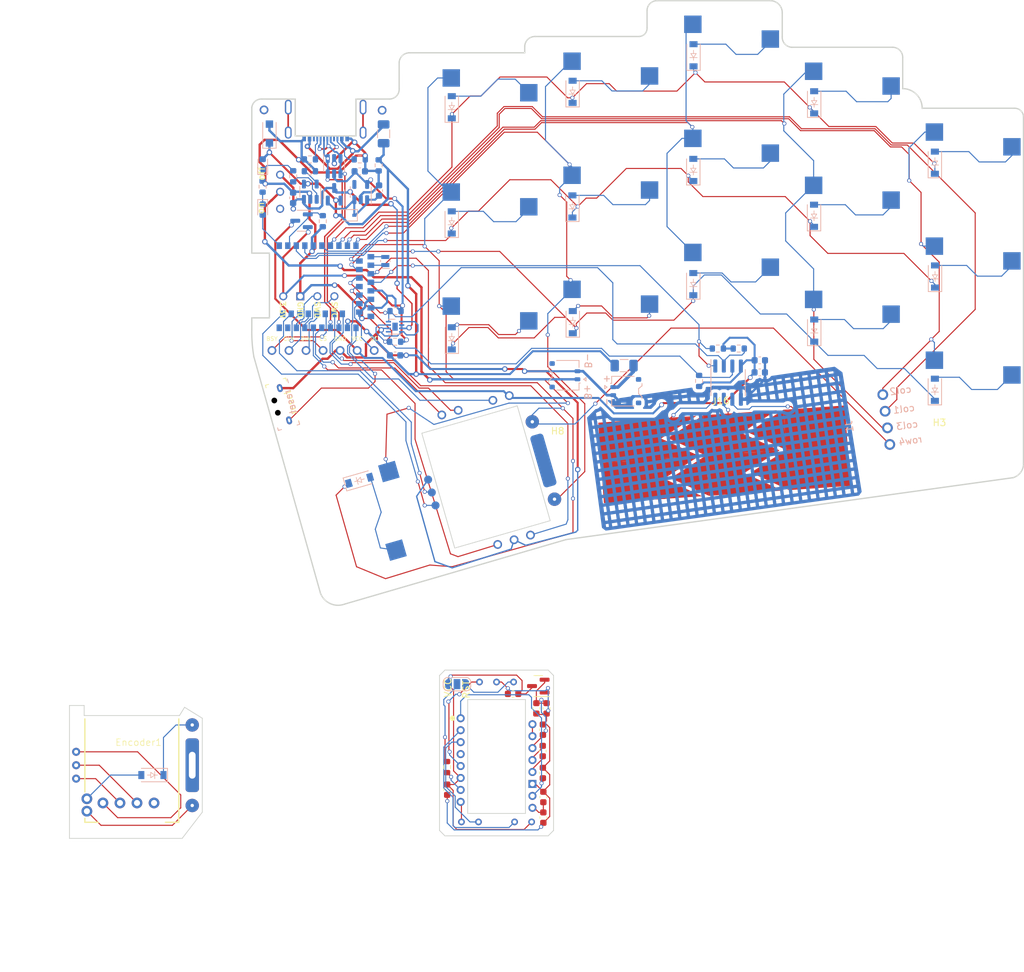
<source format=kicad_pcb>
(kicad_pcb (version 20211014) (generator pcbnew)
  (layers (0 "F.Cu" signal) (31 "B.Cu" signal) (34 "B.Paste" user) (35 "F.Paste" user) (36 "B.SilkS" user "B.Silkscreen") (37 "F.SilkS" user "F.Silkscreen") (38 "B.Mask" user) (39 "F.Mask" user) (44 "Edge.Cuts" user))
  (net 0 "")
  (net 1 "/mcu/VRAW")
  (net 2 "GND")
  (net 4 "Net-(D2-Pad2)")
  (net 5 "Net-(D3-Pad2)")
  (net 6 "Net-(D4-Pad2)")
  (net 7 "Net-(D5-Pad2)")
  (net 8 "Net-(D6-Pad2)")
  (net 9 "Net-(U6-Pad15)")
  (net 10 "Net-(D8-Pad2)")
  (net 11 "Net-(D9-Pad2)")
  (net 12 "Net-(D10-Pad2)")
  (net 13 "Net-(D11-Pad2)")
  (net 14 "Net-(D12-Pad2)")
  (net 15 "Net-(D14-Pad2)")
  (net 16 "Net-(D15-Pad2)")
  (net 17 "Net-(D16-Pad2)")
  (net 18 "Net-(D17-Pad2)")
  (net 19 "/mcu/VBUS")
  (net 20 "Net-(C2-Pad1)")
  (net 21 "/mcu/nRF_VDD")
  (net 22 "/mcu/VBAT")
  (net 23 "Net-(R13-Pad2)")
  (net 24 "/trackball/GND")
  (net 25 "Net-(D21-Pad2)")
  (net 26 "Net-(C8-Pad2)")
  (net 27 "Net-(C8-Pad1)")
  (net 28 "/trackball/3.3V")
  (net 29 "Net-(C5-Pad1)")
  (net 30 "/VCC")
  (net 31 "/keyboard/ROW_1")
  (net 32 "/keyboard/ROW_2")
  (net 33 "/keyboard/ROW_3")
  (net 34 "/encoder/ROW_4")
  (net 35 "Net-(D18-Pad2)")
  (net 36 "/mcu/BLUE_LED")
  (net 37 "/encoder/ENC_A")
  (net 38 "/encoder/ENC_B")
  (net 39 "/encoder/COL_4")
  (net 40 "/encoder/GND")
  (net 41 "Net-(F1-Pad2)")
  (net 42 "Net-(F2-Pad2)")
  (net 43 "/keyboard/COL_1")
  (net 44 "/keyboard/COL_2")
  (net 45 "/keyboard/COL_3")
  (net 46 "/mcu/0.07{slash}hi")
  (net 47 "/mcu/0.22{slash}hi")
  (net 48 "/mcu/1.02")
  (net 49 "/mcu/1.04")
  (net 50 "/mcu/1.00{slash}hi")
  (net 51 "Net-(J12-PadA5)")
  (net 52 "/mcu/D+")
  (net 53 "/mcu/D-")
  (net 54 "Net-(J12-PadB5)")
  (net 55 "unconnected-(J12-PadS1)")
  (net 56 "Net-(J16-Pad1)")
  (net 57 "Net-(J16-Pad2)")
  (net 58 "Net-(J16-Pad3)")
  (net 59 "/mcu/VCC_CTRL")
  (net 60 "Net-(R6-Pad2)")
  (net 61 "Net-(R7-Pad1)")
  (net 62 "/mcu/SDA")
  (net 63 "/mcu/SCL")
  (net 64 "/touchbar/INT")
  (net 65 "/COL5")
  (net 66 "/keyboard/COL_6")
  (net 68 "/mcu/RESET")
  (net 71 "/trackball/SDIO")
  (net 72 "/trackball/SCLK")
  (net 73 "Net-(C12-Pad1)")
  (net 74 "/trackball/NCS")
  (net 75 "/trackball/NRESET")
  (net 76 "/trackball/MOTION")
  (net 77 "/trackball/1.8V")
  (net 78 "Net-(U1-Pad13)")
  (net 79 "Net-(U1-Pad11)")
  (net 80 "/mcu/0.20{slash}hi")
  (net 81 "/mcu/0.12{slash}hi")
  (net 83 "/mcu/0.15{slash}hi")
  (net 84 "/mcu/0.17{slash}hi")
  (net 85 "/mcu/SWD")
  (net 86 "/mcu/SWC")
  (net 87 "/mcu/1.06")
  (net 88 "/mcu/0.10{slash}nfc")
  (net 91 "/mcu/0.24")
  (net 92 "/mcu/0.13")
  (net 93 "Net-(JP1-Pad2)")
  (net 94 "/ROW4")
  (net 95 "/keyboard/COL_4")
  (net 96 "/mcu/0.09{slash}nfc")
  (net 97 "Net-(D20-Pad2)")
  (net 98 "Net-(D23-Pad1)")
  (net 99 "Net-(D24-Pad1)")
  (footprint "Capacitor_SMD:C_0603_1608Metric" (layer "F.Cu") (at 120.804 141.526 -90)
    (fp_text reference "C6" hide)
    (fp_text value "100n")
  )
  (footprint "Capacitor_SMD:C_0603_1608Metric" (layer "F.Cu") (at 120.254 151.156 90)
    (fp_text reference "C5" hide)
    (fp_text value "10n")
  )
  (footprint "mylib:Kailh_Choc_Hotplug" (layer "F.Cu") (at 127.878745 68.031463)
    (fp_text reference "SW11" hide)
    (fp_text value "SW_PUSH-kbd" hide)
  )
  (footprint "mylib:Kailh_Choc_Hotplug" (layer "F.Cu") (at 92.484 111.02 -74)
    (fp_text reference "SW20" hide)
    (fp_text value "SW_PUSH-kbd" hide)
  )
  (footprint "mylib:Conn_Display_MountHole" (layer "F.Cu") (at 87.5 88.19)
    (fp_text reference "J9" hide)
    (fp_text value "Conn_Display_general")
  )
  (footprint "mylib:PMW3610-Ref-Male" (layer "F.Cu") (at 108 143)
    (fp_text reference "J3" hide)
    (fp_text value "Conn_01x07")
    (fp_line (start -2.35 17.52) (end -3.15 16.72) (layer "Edge.Cuts") (width 0.12))
    (fp_line (start 13.85 -6.37) (end 13.85 16.72) (layer "Edge.Cuts") (width 0.12))
    (fp_line (start -3.15 16.72) (end -3.15 -6.37) (layer "Edge.Cuts") (width 0.12))
    (fp_line (start 13.05 17.52) (end -2.35 17.52) (layer "Edge.Cuts") (width 0.12))
    (fp_line (start 13.05 -7.17) (end 13.85 -6.37) (layer "Edge.Cuts") (width 0.12))
    (fp_line (start 13.85 16.72) (end 13.05 17.52) (layer "Edge.Cuts") (width 0.12))
    (fp_line (start -2.35 -7.17) (end 13.05 -7.17) (layer "Edge.Cuts") (width 0.12))
    (fp_line (start -3.15 -6.37) (end -2.35 -7.17) (layer "Edge.Cuts") (width 0.12))
  )
  (footprint "mylib:Kailh_Choc_Hotplug" (layer "F.Cu") (at 145.878745 62.531463)
    (fp_text reference "SW10" hide)
    (fp_text value "SW_PUSH-kbd" hide)
  )
  (footprint "MountingHole:MountingHole_3.2mm_M3_DIN965" (layer "F.Cu") (at 179.352 105.686)
    (fp_text reference "H3")
    (fp_text value "MountingHole")
  )
  (footprint "mylib:Kailh_Choc_Hotplug" (layer "F.Cu") (at 145.878745 45.531463)
    (fp_text reference "SW4" hide)
    (fp_text value "SW_PUSH-kbd" hide)
  )
  (footprint "mylib:TouchSlider-3_36x12mm" (layer "F.Cu") (at 147.3 103.658272 4)
    (fp_text reference "J16")
    (fp_text value "Conn_01x03_Male")
  )
  (footprint "mylib:Kailh_Choc_Hotplug" (layer "F.Cu") (at 163.878745 86.531463)
    (fp_text reference "SW15" hide)
    (fp_text value "SW_PUSH-kbd" hide)
  )
  (footprint "mylib:Panasonic_EVQWGD001_Ref" (layer "F.Cu") (at 112.643906 106.791099 106)
    (fp_text reference "Ref1" hide)
    (fp_text value "Conn_01x05")
    (fp_rect (start -8.9 -8.3) (end 8.9 6.5) (layer "Edge.Cuts") (width 0.12) (fill none))
  )
  (footprint "mylib:Kailh_Choc_Hotplug" (layer "F.Cu") (at 181.878745 61.592)
    (fp_text reference "SW2" hide)
    (fp_text value "SW_PUSH-kbd" hide)
  )
  (footprint "mylib:Kailh_Choc_Hotplug" (layer "F.Cu") (at 109.878745 70.531463)
    (fp_text reference "SW12" hide)
    (fp_text value "SW_PUSH-kbd" hide)
  )
  (footprint "Connector_PinHeader_2.54mm:PinHeader_1x04_P2.54mm_Vertical" (layer "F.Cu") (at 89.184 80.116 -90)
    (fp_text reference "J11" hide)
    (fp_text value "Conn_01x04_Female")
  )
  (footprint "MountingHole:MountingHole_3.2mm_M3_DIN965" (layer "F.Cu") (at 136.804 43.066)
    (fp_text reference "H6" hide)
    (fp_text value "MountingHole")
  )
  (footprint "Capacitor_SMD:C_0603_1608Metric" (layer "F.Cu") (at 115.814 139.366)
    (fp_text reference "C9" hide)
    (fp_text value "1u")
  )
  (footprint "mylib:Panasonic_EVQWGD001_Latest" (layer "F.Cu") (at 60 150 90)
    (fp_text reference "Encoder1" hide)
    (fp_text value "RotaryEncoder")
  )
  (footprint "Capacitor_SMD:C_0603_1608Metric" (layer "F.Cu") (at 120.324 157.806 -90)
    (fp_text reference "C12" hide)
    (fp_text value " 10u (X7R)")
  )
  (footprint "mylib:Kailh_Choc_Hotplug" (layer "F.Cu") (at 127.878745 51.031463)
    (fp_text reference "SW5" hide)
    (fp_text value "SW_PUSH-kbd" hide)
  )
  (footprint "mylib:SW_BSI10" (layer "F.Cu") (at 77.8 64.538 90)
    (fp_text reference "SW_Bat1" hide)
    (fp_text value "SW_Battery-kbd")
  )
  (footprint "mylib:Kailh_Choc_Hotplug" (layer "F.Cu") (at 109.878745 53.531463)
    (fp_text reference "SW6" hide)
    (fp_text value "SW_PUSH-kbd" hide)
  )
  (footprint "MountingHole:MountingHole_2mm" (layer "F.Cu") (at 122.456 103.4)
    (fp_text reference "H8")
    (fp_text value "MountingHole")
  )
  (footprint "mylib:Kailh_Choc_Hotplug" (layer "F.Cu") (at 163.878745 69.531463)
    (fp_text reference "SW9" hide)
    (fp_text value "SW_PUSH-kbd" hide)
  )
  (footprint "Package_TO_SOT_SMD:SOT-23" (layer "F.Cu") (at 119.574 138.206 180)
    (fp_text reference "U7" hide)
    (fp_text value "MCP1700-1802E-TT")
  )
  (footprint "MountingHole:MountingHole_3.2mm_M3_DIN965" (layer "F.Cu") (at 138.994 91.686)
    (fp_text reference "H2" hide)
    (fp_text value "MountingHole")
  )
  (footprint "mylib:Kailh_Choc_Hotplug" (layer "F.Cu") (at 109.878745 87.531463)
    (fp_text reference "SW18" hide)
    (fp_text value "SW_PUSH-kbd" hide)
  )
  (footprint "MountingHole:MountingHole_3.2mm_M3_DIN965" (layer "F.Cu") (at 90.504 100.646)
    (fp_text reference "H1" hide)
    (fp_text value "MountingHole")
  )
  (footprint "Capacitor_SMD:C_0603_1608Metric" (layer "F.Cu") (at 119.284 141.526 -90)
    (fp_text reference "C10" hide)
    (fp_text value "1u")
  )
  (footprint "mylib:Kailh_Choc_Hotplug" (layer "F.Cu") (at 145.878745 79.531463)
    (fp_text reference "SW16" hide)
    (fp_text value "SW_PUSH-kbd" hide)
  )
  (footprint "Resistor_SMD:R_0603_1608Metric" (layer "F.Cu") (at 105.974 150.276 -90)
    (fp_text reference "R13" hide)
    (fp_text value "2M")
  )
  (footprint "Capacitor_SMD:C_0603_1608Metric" (layer "F.Cu") (at 120.259 144.706 90)
    (fp_text reference "C7" hide)
    (fp_text value "3.3u/16V")
  )
  (footprint "MountingHole:MountingHole_3.2mm_M3_DIN965" (layer "F.Cu") (at 173.934 52.036)
    (fp_text reference "H5" hide)
    (fp_text value "MountingHole")
  )
  (footprint "mylib:Kailh_Choc_Hotplug" (layer "F.Cu") (at 163.878745 52.531463)
    (fp_text reference "SW3" hide)
    (fp_text value "SW_PUSH-kbd" hide)
  )
  (footprint "Capacitor_SMD:C_0603_1608Metric" (layer "F.Cu") (at 120.234 147.886 -90)
    (fp_text reference "C8" hide)
    (fp_text value " 100n (X7R)")
  )
  (footprint "mylib:Kailh_Choc_Hotplug" (layer "F.Cu") (at 181.878745 95.592)
    (fp_text reference "SW14" hide)
    (fp_text value "SW_PUSH-kbd" hide)
  )
  (footprint "mylib:PMW3610" (layer "F.Cu") (at 108 143)
    (fp_text reference "U6" hide)
    (fp_text value "PMW3610")
    (fp_line (start 1.05 -2.78) (end 1.05 14.18) (layer "Edge.Cuts") (width 0.12))
    (fp_line (start 1.05 -2.78) (end 9.65 -2.78) (layer "Edge.Cuts") (width 0.12))
    (fp_line (start 1.05 14.18) (end 9.65 14.18) (layer "Edge.Cuts") (width 0.12))
    (fp_line (start 9.65 -2.78) (end 9.65 14.18) (layer "Edge.Cuts") (width 0.12))
  )
  (footprint "mylib:Kailh_Choc_Hotplug" (layer "F.Cu") (at 127.878745 85.031463)
    (fp_text reference "SW17" hide)
    (fp_text value "SW_PUSH-kbd" hide)
  )
  (footprint "Capacitor_SMD:C_0603_1608Metric" (layer "F.Cu") (at 120.324 154.736 90)
    (fp_text reference "C13" hide)
    (fp_text value " 10n (X7R)")
  )
  (footprint "mylib:Kailh_Choc_Hotplug" (layer "F.Cu") (at 181.878745 78.592)
    (fp_text reference "SW8" hide)
    (fp_text value "SW_PUSH-kbd" hide)
  )
  (footprint "MountingHole:MountingHole_3.2mm_M3_DIN965" (layer "F.Cu") (at 101.034 45.986)
    (fp_text reference "H7" hide)
    (fp_text value "MountingHole")
  )
  (footprint "mylib:Panasonic_EVQWGD001_Ref_Male" (layer "F.Cu") (at 60 150 90)
    (fp_text reference "J5" hide)
    (fp_text value "Conn_01x05")
    (fp_line (start 8.9 -8.1) (end 7.4 -8.1) (layer "Edge.Cuts") (width 0.12))
    (fp_line (start -10.9 -10.3) (end 8.9 -10.3) (layer "Edge.Cuts") (width 0.12))
    (fp_line (start 8.9 -10.3) (end 8.9 -8.1) (layer "Edge.Cuts") (width 0.12))
    (fp_line (start 7.4 6.1) (end 8.636 6.858) (layer "Edge.Cuts") (width 0.12))
    (fp_line (start 7.4 -8.1) (end 7.4 6.1) (layer "Edge.Cuts") (width 0.12))
    (fp_line (start -7 9.5) (end -10.9 6.5) (layer "Edge.Cuts") (width 0.12))
    (fp_line (start -10.9 6.5) (end -10.9 -10.3) (layer "Edge.Cuts") (width 0.12))
    (fp_line (start 8.636 6.858) (end 7 9.5) (layer "Edge.Cuts") (width 0.12))
    (fp_line (start 7 9.5) (end -7 9.5) (layer "Edge.Cuts") (width 0.12))
  )
  (footprint "Capacitor_SMD:C_0603_1608Metric" (layer "F.Cu") (at 105.994 153.646 -90)
    (fp_text reference "C11" hide)
    (fp_text value "100n")
  )
  (footprint "Resistor_SMD:R_0603_1608Metric" (layer "B.Cu") (at 98.235 86.89 180)
    (fp_text reference "R9" hide)
    (fp_text value "5.1k")
  )
  (footprint "mylib:Diode" (layer "B.Cu") (at 160.684 51.206 90)
    (fp_text reference "D3" hide)
    (fp_text value "1N4148W" hide)
  )
  (footprint "Fuse:Fuse_1206_3216Metric" (layer "B.Cu") (at 96.52 55.902 90)
    (fp_text reference "F1" hide)
    (fp_text value "500mA")
  )
  (footprint "mylib:Diode" (layer "B.Cu") (at 124.684 49.646 90)
    (fp_text reference "D5" hide)
    (fp_text value "1N4148W" hide)
  )
  (footprint "Resistor_SMD:R_0603_1608Metric" (layer "B.Cu") (at 146.332 87.906 180)
    (fp_text reference "R12" hide)
    (fp_text value "10k")
  )
  (footprint "mylib:Diode" (layer "B.Cu") (at 106.68 51.942 90)
    (fp_text reference "D6" hide)
    (fp_text value "1N4148W" hide)
  )
  (footprint "Capacitor_SMD:C_0603_1608Metric" (layer "B.Cu") (at 95.844 64.356 90)
    (fp_text reference "C2" hide)
    (fp_text value "10u")
  )
  (footprint "Resistor_SMD:R_0603_1608Metric" (layer "B.Cu") (at 143.538 92.732 90)
    (fp_text reference "R10" hide)
    (fp_text value "10k")
  )
  (footprint "mylib:nrfmicro_USB-C_C168688" (layer "B.Cu") (at 87.878743 56.221463 180)
    (fp_text reference "J12" hide)
    (fp_text value "USB-C USB 2.0 MC-372")
  )
  (footprint "mylib:Diode" (layer "B.Cu") (at 106.674 69.106 90)
    (fp_text reference "D12" hide)
    (fp_text value "1N4148W" hide)
  )
  (footprint "mylib:Diode" (layer "B.Cu") (at 124.654 66.726 90)
    (fp_text reference "D11" hide)
    (fp_text value "1N4148W" hide)
  )
  (footprint "mylib:Diode" (layer "B.Cu") (at 160.694 85.226 90)
    (fp_text reference "D15" hide)
    (fp_text value "1N4148W" hide)
  )
  (footprint "Crystal:Crystal_SMD_MicroCrystal_CM9V-T1A-2Pin_1.6x1.0mm" (layer "B.Cu") (at 96.774 74.86 90)
    (fp_text reference "X1" hide)
    (fp_text value "32.768 kHz")
  )
  (footprint "Diode_SMD:D_SOD-123F" (layer "B.Cu") (at 79.504 55.8585 90)
    (fp_text reference "D25" hide)
    (fp_text value "SMF9.0CA")
  )
  (footprint "mylib:MAX17048-TDFN-8-1EP_2x2mm_P0.5mm_EP0.8x1.2mm" (layer "B.Cu") (at 98.226 84.65 180)
    (fp_text reference "U4" hide)
    (fp_text value "MAX17048")
  )
  (footprint "Resistor_SMD:R_0603_1608Metric" (layer "B.Cu") (at 85.534 61.476)
    (fp_text reference "R7" hide)
    (fp_text value "5K")
  )
  (footprint "mylib:Diode" (layer "B.Cu") (at 124.714 83.97 90)
    (fp_text reference "D17" hide)
    (fp_text value "1N4148W" hide)
  )
  (footprint "mylib:JST_ACH_BM02B-ACHSS-GAN-ETF_1x02-1MP_P1.20mm_Vertical" (layer "B.Cu") (at 132.616 94.256 -90)
    (fp_text reference "WirelessCharger1" hide)
    (fp_text value "Conn_01x02_Female" hide)
  )
  (footprint "Capacitor_SMD:C_0603_1608Metric" (layer "B.Cu") (at 92.964 61.49)
    (fp_text reference "C3" hide)
    (fp_text value "4.7u")
  )
  (footprint "Capacitor_SMD:C_0603_1608Metric" (layer "B.Cu") (at 152.584 89.656)
    (fp_text reference "C15" hide)
    (fp_text value "1uF")
  )
  (footprint "mylib:E73-2G4M08S1C-52840" (layer "B.Cu") (at 95 78.69 180)
    (fp_text reference "U1" hide)
    (fp_text value "E73-2G4M08S1C" hide)
  )
  (footprint "LED_SMD:LED_0603_1608Metric" (layer "B.Cu") (at 78.5 67.19 -90)
    (fp_text reference "D23" hide)
    (fp_text value "BLUE")
  )
  (footprint "Capacitor_SMD:C_0603_1608Metric" (layer "B.Cu") (at 83.034 65.446 90)
    (fp_text reference "C4" hide)
    (fp_text value "0.1u")
  )
  (footprint "Package_TO_SOT_SMD:SOT-23-5" (layer "B.Cu") (at 93.114 64.586 90)
    (fp_text reference "U3" hide)
    (fp_text value "XC6220B331MR-G")
  )
  (footprint "mylib:Diode" (layer "B.Cu") (at 178.674 94.046537 90)
    (fp_text reference "D14" hide)
    (fp_text value "1N4148W" hide)
  )
  (footprint "Capacitor_SMD:C_0603_1608Metric" (layer "B.Cu") (at 98.236 88.922)
    (fp_text reference "C1" hide)
    (fp_text value "4.7u")
  )
  (footprint "Resistor_SMD:R_0603_1608Metric" (layer "B.Cu") (at 149.443 87.906)
    (fp_text reference "R11" hide)
    (fp_text value "10k")
  )
  (footprint "Resistor_SMD:R_0603_1608Metric" (layer "B.Cu") (at 92.964 59.712 180)
    (fp_text reference "R2" hide)
    (fp_text value "5.1K")
  )
  (footprint "mylib:SW_Reset_vertical" (layer "B.Cu") (at 79.677489 96.796 -74)
    (fp_text reference "SW_Reset1" hide)
    (fp_text value "SW_RESET-kbd")
  )
  (footprint "Package_TO_SOT_SMD:SOT-23" (layer "B.Cu") (at 89.154 64.916 90)
    (fp_text reference "Q1" hide)
    (fp_text value "AO3407")
  )
  (footprint "mylib:Diode" (layer "B.Cu") (at 62.064 151.466 180)
    (fp_text reference "D21" hide)
    (fp_text value "1N4148W" hide)
  )
  (footprint "Resistor_SMD:R_0603_1608Metric" (layer "B.Cu") (at 78.486 63.776 90)
    (fp_text reference "R4" hide)
    (fp_text value "1K")
  )
  (footprint "mylib:JST_ACH_BM02B-ACHSS-GAN-ETF_1x02-1MP_P1.20mm_Vertical" (layer "B.Cu") (at 123.534 91.886 90)
    (fp_text reference "Bat_main1" hide)
    (fp_text value "Conn_Battery_solderable")
  )
  (footprint "Fuse:Fuse_1206_3216Metric" (layer "B.Cu") (at 132.362 90.446)
    (fp_text reference "F2" hide)
    (fp_text value "500mA")
  )
  (footprint "mylib:Diode" (layer "B.Cu") (at 142.674 61.286 90)
    (fp_text reference "D10" hide)
    (fp_text value "1N4148W" hide)
  )
  (footprint "Resistor_SMD:R_0603_1608Metric" (layer "B.Cu") (at 95.784 60.606 -90)
    (fp_text reference "R3" hide)
    (fp_text value "100K")
  )
  (footprint "Resistor_SMD:R_0603_1608Metric" (layer "B.Cu") (at 85.534 59.712 180)
    (fp_text reference "R1" hide)
    (fp_text value "5.1K")
  )
  (footprint "mylib:Diode" (layer "B.Cu") (at 142.674 78.306 90)
    (fp_text reference "D16" hide)
    (fp_text value "1N4148W" hide)
  )
  (footprint "Package_TO_SOT_SMD:SOT-23" (layer "B.Cu") (at 84.284 68.856 180)
    (fp_text reference "Q2" hide)
    (fp_text value "AO3407")
  )
  (footprint "mylib:SRV05-4" (layer "B.Cu") (at 89.144 60.728 -90)
    (fp_text reference "U2" hide)
    (fp_text value "SRV05-4")
  )
  (footprint "mylib:Diode" (layer "B.Cu") (at 178.694 77.166537 90)
    (fp_text reference "D8" hide)
    (fp_text value "1N4148W" hide)
  )
  (footprint "Package_TO_SOT_SMD:SOT-23-5" (layer "B.Cu") (at 85.594 64.526 90)
    (fp_text reference "U5" hide)
    (fp_text value "TP4054")
  )
  (footprint "Resistor_SMD:R_0603_1608Metric" (layer "B.Cu") (at 83.044 62.236 -90)
    (fp_text reference "R6" hide)
    (fp_text value "1K")
  )
  (footprint "mylib:Diode" (layer "B.Cu") (at 160.664 68.116 90)
    (fp_text reference "D9" hide)
    (fp_text value "1N4148W" hide)
  )
  (footprint "mylib:PMW3610-Ref" (layer "B.Cu") (at 109.334 112.686 16)
    (fp_text reference "Ref2" hide)
    (fp_text value "Conn_1x07")
  )
  (footprint "Resistor_SMD:R_0603_1608Metric" (layer "B.Cu") (at 87.454 68.926 -90)
    (fp_text reference "R5" hide)
    (fp_text value "2M")
  )
  (footprint "Resistor_SMD:R_0603_1608Metric" (layer "B.Cu") (at 98.298 82.318 180)
    (fp_text reference "R8" hide)
    (fp_text value "5.1k")
  )
  (footprint "mylib:Diode" (layer "B.Cu") (at 106.68 86.382 90)
    (fp_text reference "D18" hide)
    (fp_text value "1N4148W" hide)
  )
  (footprint "LED_SMD:LED_0603_1608Metric" (layer "B.Cu") (at 78.5 60.474 90)
    (fp_text reference "D24" hide)
    (fp_text value "RED")
  )
  (footprint "mylib:Diode" (layer "B.Cu") (at 92.924 107.536 16)
    (fp_text reference "D20" hide)
    (fp_text value "1N4148W" hide)
  )
  (footprint "mylib:Diode" (layer "B.Cu") (at 178.674 60.206537 90)
    (fp_text reference "D2" hide)
    (fp_text value "1N4148W" hide)
  )
  (footprint "Package_SO:SOIC-8_3.9x4.9mm_P1.27mm" (layer "B.Cu") (at 147.856 92.986 -90)
    (fp_text reference "U8" hide)
    (fp_text value "CAP1203")
  )
  (footprint "Diode_SMD:D_SOD-323" (layer "B.Cu") (at 91.104 68.046 180)
    (fp_text reference "D22" hide)
    (fp_text value "BAT60B")
  )
  (footprint "Capacitor_SMD:C_0603_1608Metric" (layer "B.Cu") (at 152.574 91.456)
    (fp_text reference "C14" hide)
    (fp_text value "0.1uF")
  )
  (footprint "mylib:Diode" (layer "B.Cu") (at 142.704 44.196 90)
    (fp_text reference "D4" hide)
    (fp_text value "1N4148W" hide)
  )
  (footprint "Jumper:SolderJumper-3_P1.3mm_Open_RoundedPad1.0x1.5mm_NumberLabels" (layer "B.Cu") (at 107.454 137.916 180)
    (fp_text reference "JP1" hide)
    (fp_text value "SolderJumper_3_Open")
  )
  (footprint "mylib:Magnetic-PogoPin-1x04-Female" (layer "B.Cu") (at 171.434 98.483835 -82)
    (fp_text reference "J1")
    (fp_text value "expantion1")
  )
  (gr_line (start 157.328743 43.006463) (end 172.378743 43.006463) (layer "Edge.Cuts") (width 0.2))
  (gr_arc (start 154.233743 36.061463) (mid 155.438805 36.621321) (end 155.928743 37.856463) (layer "Edge.Cuts") (width 0.2))
  (gr_arc (start 98.834 45.3) (mid 99.284338 44.283557) (end 100.3 43.831463) (layer "Edge.Cuts") (width 0.2))
  (gr_line (start 176.778743 52.092) (end 190.528743 52.092) (layer "Edge.Cuts") (width 0.2))
  (gr_line (start 79.502 83.334) (end 76.878743 83.334) (layer "Edge.Cuts") (width 0.2))
  (gr_line (start 77.184 89.126) (end 87.104 124.346) (layer "Edge.Cuts") (width 0.2))
  (gr_arc (start 135.778938 37.54105) (mid 136.222437 36.490666) (end 137.278743 36.061463) (layer "Edge.Cuts") (width 0.2))
  (gr_arc (start 173.878743 49.167) (mid 175.93453 50.02889) (end 176.778743 52.092) (layer "Edge.Cuts") (width 0.2))
  (gr_line (start 83.348743 56.221463) (end 92.398743 56.221463) (layer "Edge.Cuts") (width 0.2))
  (gr_line (start 79.502 73.682) (end 79.502 83.334) (layer "Edge.Cuts") (width 0.2))
  (gr_line (start 83.348743 50.723963) (end 83.348743 56.221463) (layer "Edge.Cuts") (width 0.2))
  (gr_line (start 97.378743 50.721463) (end 92.398743 50.723963) (layer "Edge.Cuts") (width 0.2))
  (gr_arc (start 172.378743 43.006463) (mid 173.439403 43.445803) (end 173.878743 44.506463) (layer "Edge.Cuts") (width 0.2))
  (gr_arc (start 77.184 89.126) (mid 76.933638 87.070231) (end 76.878743 85) (layer "Edge.Cuts") (width 0.2))
  (gr_line (start 119.158999 41.4) (end 134.628743 41.4) (layer "Edge.Cuts") (width 0.2))
  (gr_line (start 191.878743 53.367) (end 191.878743 105.008935) (layer "Edge.Cuts") (width 0.2))
  (gr_arc (start 98.834 49.168) (mid 98.44816 50.264913) (end 97.378743 50.721463) (layer "Edge.Cuts") (width 0.2))
  (gr_line (start 173.878743 44.506463) (end 173.878743 49.167) (layer "Edge.Cuts") (width 0.2))
  (gr_line (start 123.704 116.376) (end 90.714 125.986) (layer "Edge.Cuts") (width 0.2))
  (gr_line (start 76.878743 83.334) (end 76.878743 85) (layer "Edge.Cuts") (width 0.2))
  (gr_arc (start 190.528743 52.092) (mid 191.467805 52.449905) (end 191.878743 53.367) (layer "Edge.Cuts") (width 0.2))
  (gr_line (start 137.278743 36.061463) (end 154.233743 36.061463) (layer "Edge.Cuts") (width 0.2))
  (gr_arc (start 90.714 125.986) (mid 88.569345 125.913655) (end 87.104 124.346) (layer "Edge.Cuts") (width 0.2))
  (gr_line (start 123.704 116.376) (end 190.346979 107.143919) (layer "Edge.Cuts") (width 0.2))
  (gr_line (start 155.928743 37.856463) (end 155.928743 41.426) (layer "Edge.Cuts") (width 0.2))
  (gr_arc (start 117.550501 42.856384) (mid 118.053123 41.795061) (end 119.158999 41.4) (layer "Edge.Cuts") (width 0.2))
  (gr_line (start 76.878743 73.682) (end 76.878743 51.971463) (layer "Edge.Cuts") (width 0.2))
  (gr_line (start 98.834 49.168) (end 98.834 45.3) (layer "Edge.Cuts") (width 0.2))
  (gr_arc (start 191.878743 105.008935) (mid 191.475226 106.336409) (end 190.346979 107.143919) (layer "Edge.Cuts") (width 0.2))
  (gr_line (start 117.550501 43.831463) (end 117.550501 42.856384) (layer "Edge.Cuts") (width 0.2))
  (gr_line (start 92.398743 56.221463) (end 92.398743 50.723963) (layer "Edge.Cuts") (width 0.2))
  (gr_line (start 83.348743 50.723963) (end 78.378743 50.721463) (layer "Edge.Cuts") (width 0.2))
  (gr_arc (start 76.878743 51.971463) (mid 77.381918 51.050273) (end 78.378743 50.721463) (layer "Edge.Cuts") (width 0.2))
  (gr_line (start 135.778743 40.1) (end 135.778743 37.541063) (layer "Edge.Cuts") (width 0.2))
  (gr_line (start 76.878743 73.682) (end 79.502 73.682) (layer "Edge.Cuts") (width 0.2))
  (gr_arc (start 157.328743 43.006463) (mid 156.301419 42.506181) (end 155.928743 41.426) (layer "Edge.Cuts") (width 0.2))
  (gr_arc (start 135.778743 40.1) (mid 135.472982 40.988173) (end 134.628743 41.4) (layer "Edge.Cuts") (width 0.2))
  (gr_line (start 100.3 43.831463) (end 117.550501 43.831463) (layer "Edge.Cuts") (width 0.2))
  (gr_text "VCC" (at 106.104 138.456 90) (layer "F.SilkS") (effects (font (size 1 1))))
  (gr_text "RST" (at 108.834 138.716 90) (layer "F.SilkS") (effects (font (size 1 1))))
  (segment (start 102.164 78.79) (end 102.164 91.341023) (width 0.35) (layer "F.Cu") (net 1))
  (segment (start 102.164 91.341023) (end 103.406 92.583023) (width 0.35) (layer "F.Cu") (net 1))
  (segment (start 79.766 65.838) (end 78.826 66.778) (width 0.35) (layer "F.Cu") (net 1))
  (segment (start 95.056 77.278) (end 100.652 77.278) (width 0.35) (layer "F.Cu") (net 1))
  (segment (start 79.8 65.838) (end 79.766 65.838) (width 0.35) (layer "F.Cu") (net 1))
  (segment (start 78.826 66.778) (end 78.826 71.978) (width 0.35) (layer "F.Cu") (net 1))
  (segment (start 81.1 64.538) (end 79.8 65.838) (width 0.35) (layer "F.Cu") (net 1))
  (segment (start 90.056 75.628) (end 90.636 76.208) (width 0.35) (layer "F.Cu") (net 1))
  (segment (start 100.652 77.278) (end 102.164 78.79) (width 0.35) (layer "F.Cu") (net 1))
  (segment (start 93.986 76.208) (end 95.056 77.278) (width 0.35) (layer "F.Cu") (net 1))
  (segment (start 90.636 76.208) (end 93.986 76.208) (width 0.35) (layer "F.Cu") (net 1))
  (via (at 103.406 92.583023) (size 0.8) (drill 0.5) (layers "F.Cu" "B.Cu") (net 1))
  (via (at 78.826 71.978) (size 0.8) (drill 0.5) (layers "F.Cu" "B.Cu") (net 1))
  (via (at 90.056 75.628) (size 0.8) (drill 0.5) (layers "F.Cu" "B.Cu") (net 1))
  (segment (start 82.376 75.528) (end 89.956 75.528) (width 0.35) (layer "B.Cu") (net 1))
  (segment (start 103.503023 92.486) (end 103.406 92.583023) (width 0.35) (layer "B.Cu") (net 1))
  (segment (start 89.956 75.528) (end 90.056 75.628) (width 0.35) (layer "B.Cu") (net 1))
  (segment (start 78.826 71.978) (end 82.376 75.528) (width 0.35) (layer "B.Cu") (net 1))
  (segment (start 125.409 92.486) (end 103.503023 92.486) (width 0.35) (layer "B.Cu") (net 1))
  (segment (start 89.901988 61.662012) (end 85.760012 61.662012) (width 0.35) (layer "F.Cu") (net 2))
  (segment (start 80.906 56.808) (end 83.856 59.758) (width 0.35) (layer "F.Cu") (net 2))
  (segment (start 93.286 82.028) (end 89.716 78.458) (width 0.35) (layer "F.Cu") (net 2))
  (segment (start 117.202 90.954) (end 117.534 91.286) (width 0.3) (layer "F.Cu") (net 2))
  (segment (start 89.716 78.458) (end 89.216 78.458) (width 0.35) (layer "F.Cu") (net 2))
  (segment (start 95.532 86.912) (end 97.526 88.906) (width 0.3) (layer "F.Cu") (net 2))
  (segment (start 78.883 60.965) (end 78.056 60.138) (width 0.35) (layer "F.Cu") (net 2))
  (segment (start 83.049775 93.800225) (end 81.055108 93.800225) (width 0.35) (layer "F.Cu") (net 2))
  (segment (start 125.444 95.986) (end 125.444 105.936) (width 0.3) (layer "F.Cu") (net 2))
  (segment (start 92.406 59.158) (end 89.901988 61.662012) (width 0.35) (layer "F.Cu") (net 2))
  (segment (start 95.996 85.128) (end 96.176 85.128) (width 0.35) (layer "F.Cu") (net 2))
  (segment (start 94.466 83.418) (end 96.176 85.128) (width 0.2) (layer "F.Cu") (net 2))
  (segment (start 93.894 87.23) (end 95.996 85.128) (width 0.35) (layer "F.Cu") (net 2))
  (segment (start 114.582 90.954) (end 117.202 90.954) (width 0.3) (layer "F.Cu") (net 2))
  (segment (start 78.056 60.138) (end 78.056 57.518) (width 0.35) (layer "F.Cu") (net 2))
  (segment (start 78.766 56.808) (end 80.906 56.808) (width 0.35) (layer "F.Cu") (net 2))
  (segment (start 86.336 69.478) (end 86.336 72.943998) (width 0.35) (layer "F.Cu") (net 2))
  (segment (start 92.202 57.172) (end 91.812 57.172) (width 0.35) (layer "F.Cu") (net 2))
  (segment (start 93.672511 89.229489) (end 93.894 89.008) (width 0.35) (layer "F.Cu") (net 2))
  (segment (start 93.766 59.158) (end 92.406 59.158) (width 0.35) (layer "F.Cu") (net 2))
  (segment (start 120.744 91.286) (end 125.444 95.986) (width 0.3) (layer "F.Cu") (net 2))
  (segment (start 95.532 85.772) (end 95.532 86.912) (width 0.3) (layer "F.Cu") (net 2))
  (segment (start 86.336 72.943998) (end 85.851998 73.428) (width 0.35) (layer "F.Cu") (net 2))
  (segment (start 96.176 85.128) (end 95.532 85.772) (width 0.3) (layer "F.Cu") (net 2))
  (segment (start 84.104 75.176) (end 84.104 80.116) (width 0.35) (layer "F.Cu") (net 2))
  (segment (start 87.424 89.426) (end 83.049775 93.800225) (width 0.35) (layer "F.Cu") (net 2))
  (segment (start 85.852 73.428) (end 84.104 75.176) (width 0.35) (layer "F.Cu") (net 2))
  (segment (start 93.894 89.008) (end 93.894 87.23) (width 0.35) (layer "F.Cu") (net 2))
  (segment (start 93.286 83.418) (end 94.466 83.418) (width 0.2) (layer "F.Cu") (net 2))
  (segment (start 90.04 88.19) (end 91.079489 89.229489) (width 0.35) (layer "F.Cu") (net 2))
  (segment (start 91.079489 89.229489) (end 93.672511 89.229489) (width 0.35) (layer "F.Cu") (net 2))
  (segment (start 117.534 91.286) (end 120.744 91.286) (width 0.3) (layer "F.Cu") (net 2))
  (segment (start 78.056 57.518) (end 78.766 56.808) (width 0.35) (layer "F.Cu") (net 2))
  (segment (start 85.760012 61.662012) (end 83.856 59.758) (width 0.35) (layer "F.Cu") (net 2))
  (segment (start 91.812 57.172) (end 89.186 59.798) (width 0.35) (layer "F.Cu") (net 2))
  (segment (start 90.04 88.19) (end 89.4 88.19) (width 0.35) (layer "F.Cu") (net 2))
  (segment (start 93.286 83.418) (end 93.286 82.028) (width 0.35) (layer "F.Cu") (net 2))
  (segment (start 89.186 59.798) (end 89.186 60.338) (width 0.35) (layer "F.Cu") (net 2))
  (segment (start 92.202 57.172) (end 93.766 58.736) (width 0.35) (layer "F.Cu") (net 2))
  (segment (start 93.766 58.736) (end 93.766 59.158) (width 0.35) (layer "F.Cu") (net 2))
  (segment (start 78.883 63.348) (end 78.883 60.965) (width 0.35) (layer "F.Cu") (net 2))
  (segment (start 89.4 88.19) (end 88.164 89.426) (width 0.35) (layer "F.Cu") (net 2))
  (segment (start 85.476 68.618) (end 86.336 69.478) (width 0.35) (layer "F.Cu") (net 2))
  (segment (start 97.526 88.906) (end 99.884 88.906) (width 0.3) (layer "F.Cu") (net 2))
  (segment (start 85.476 64.768) (end 85.476 68.618) (width 0.35) (layer "F.Cu") (net 2))
  (segment (start 88.164 89.426) (end 87.424 89.426) (width 0.35) (layer "F.Cu") (net 2))
  (via (at 85.851998 73.428) (size 0.8) (drill 0.5) (layers "F.Cu" "B.Cu") (net 2))
  (via (at 92.202 57.172) (size 0.8) (drill 0.5) (layers "F.Cu" "B.Cu") (net 2))
  (via (at 99.884 88.906) (size 0.8) (drill 0.5) (layers "F.Cu" "B.Cu") (net 2))
  (via (at 117.534 91.286) (size 0.8) (drill 0.5) (layers "F.Cu" "B.Cu") (net 2))
  (via (at 89.186 60.338) (size 0.8) (drill 0.5) (layers "F.Cu" "B.Cu") (net 2))
  (via (at 125.444 105.936) (size 0.8) (drill 0.5) (layers "F.Cu" "B.Cu") (net 2))
  (via (at 83.856 59.758) (size 0.8) (drill 0.5) (layers "F.Cu" "B.Cu") (net 2))
  (via (at 93.766 59.158) (size 0.8) (drill 0.5) (layers "F.Cu" "B.Cu") (net 2))
  (via (at 78.883 63.348) (size 0.8) (drill 0.5) (layers "F.Cu" "B.Cu") (net 2))
  (via (at 96.176 85.128) (size 0.8) (drill 0.5) (layers "F.Cu" "B.Cu") (net 2))
  (via (at 114.582 90.954) (size 0.8) (drill 0.5) (layers "F.Cu" "B.Cu") (net 2))
  (via (at 89.216 78.458) (size 0.8) (drill 0.5) (layers "F.Cu" "B.Cu") (net 2))
  (via (at 93.286 83.418) (size 0.8) (drill 0.5) (layers "F.Cu" "B.Cu") (net 2))
  (via (at 85.476 64.768) (size 0.8) (drill 0.5) (layers "F.Cu" "B.Cu") (net 2))
  (segment (start 153.349 92.481) (end 153.349 91.456) (width 0.35) (layer "B.Cu") (net 2))
  (segment (start 96.176 85.528) (end 96.176 85.128) (width 0.2) (layer "B.Cu") (net 2))
  (segment (start 79.504 55.404) (end 81.095983 56.995983) (width 0.35) (layer "B.Cu") (net 2))
  (segment (start 101.178 83.9) (end 101.628 84.35) (width 0.2) (layer "B.Cu") (net 2))
  (segment (start 104.168 119.656) (end 101.434 109.936) (width 0.2) (layer "B.Cu") (net 2))
  (segment (start 115.965192 116.402153) (end 115.534 117.786) (width 0.2) (layer "B.Cu") (net 2))
  (segment (start 153.349 91.456) (end 153.349 89.666) (width 0.35) (layer "B.Cu") (net 2))
  (segment (start 99.2135 83.9) (end 101.178 83.9) (width 0.2) (layer "B.Cu") (net 2))
  (segment (start 83.902 59.712) (end 83.856 59.758) (width 0.35) (layer "B.Cu") (net 2))
  (segment (start 95.784 61.431) (end 93.798 61.431) (width 0.35) (layer "B.Cu") (net 2))
  (segment (start 101.628 85.366) (end 101.12 85.874) (width 0.2) (layer "B.Cu") (net 2))
  (segment (start 133.632 95.018) (end 132.87 95.78) (width 0.35) (layer "B.Cu") (net 2))
  (segment (start 103.462 90.954) (end 114.582 90.954) (width 0.3) (layer "B.Cu") (net 2))
  (segment (start 85.762 78.458) (end 89.216 78.458) (width 0.35) (layer "B.Cu") (net 2))
  (segment (start 84.709 59.712) (end 84.309223 59.312223) (width 0.35) (layer "B.Cu") (net 2))
  (segment (start 96.404 84.9) (end 96.176 85.128) (width 0.2) (layer "B.Cu") (net 2))
  (segment (start 95.784 61.431) (end 95.784 63.521) (width 0.35) (layer "B.Cu") (net 2))
  (segment (start 99.884 88.906) (end 101.414 88.906) (width 0.3) (layer "B.Cu") (net 2))
  (segment (start 117.694 117.226) (end 125.164 115.256) (width 0.2) (layer "B.Cu") (net 2))
  (segment (start 86.05 72.571) (end 86.05 73.229998) (width 0.2) (layer "B.Cu") (net 2))
  (segment (start 145.584 93.616) (end 144.182 95.018) (width 0.35) (layer "B.Cu") (net 2))
  (segment (start 99.942 85.874) (end 99.468 85.4) (width 0.2) (layer "B.Cu") (net 2))
  (segment (start 125.444 105.936) (end 125.444 114.976) (width 0.2) (layer "B.Cu") (net 2))
  (segment (start 86.05 73.229998) (end 85.851998 73.428) (width 0.2) (layer "B.Cu") (net 2))
  (segment (start 96.676 86.028) (end 96.176 85.528) (width 0.2) (layer "B.Cu") (net 2))
  (segment (start 115.965192 116.402153) (end 117.694 117.226) (width 0.2) (layer "B.Cu") (net 2))
  (segment (start 84.309223 56.995983) (end 84.683743 56.621463) (width 0.35) (layer "B.Cu") (net 2))
  (segment (start 86.359 61.362) (end 84.709 59.712) (width 0.35) (layer "B.Cu") (net 2))
  (segment (start 92.908 83.04) (end 93.286 83.418) (width 0.35) (layer "B.Cu") (net 2))
  (segment (start 98.5855 86.028) (end 96.676 86.028) (width 0.2) (layer "B.Cu") (net 2))
  (segment (start 83.167 64.538) (end 85.246 64.538) (width 0.35) (layer "B.Cu") (net 2))
  (segment (start 84.104 80.116) (end 85.762 78.458) (width 0.35) (layer "B.Cu") (net 2))
  (segment (start 84.709 59.712) (end 83.902 59.712) (width 0.35) (layer "B.Cu") (net 2))
  (segment (start 101.414 88.906) (end 103.462 90.954) (width 0.3) (layer "B.Cu") (net 2))
  (segment (start 106.734 120.586) (end 104.168 119.656) (width 0.2) (layer "B.Cu") (net 2))
  (segment (start 85.594 64.886) (end 85.476 64.768) (width 0.35) (layer "B.Cu") (net 2))
  (segment (start 93.008 82.477) (end 93.774 81.711) (width 0.35) (layer "B.Cu") (net 2))
  (segment (start 101.628 84.35) (end 101.628 85.366) (width 0.2) (layer "B.Cu") (net 2))
  (segment (start 93.114 65.07) (end 93.114 65.7235) (width 0.35) (layer "B.Cu") (net 2))
  (segment (start 97.2385 84.9) (end 96.404 84.9) (width 0.2) (layer "B.Cu") (net 2))
  (segment (start 149.761 95.461) (end 150.369 95.461) (width 0.35) (layer "B.Cu") (net 2))
  (segment (start 125.434 91.286) (end 117.534 91.286) (width 0.3) (layer "B.Cu") (net 2))
  (segment (start 89.144 59.5905) (end 89.144 60.296) (width 0.35) (layer "B.Cu") (net 2))
  (segment (start 81.095983 56.995983) (end 84.309223 56.995983) (width 0.35) (layer "B.Cu") (net 2))
  (segment (start 92.908 82.477) (end 92.908 83.04) (width 0.35) (layer "B.Cu") (net 2))
  (segment (start 84.309223 59.312223) (end 84.309223 56.995983) (width 0.35) (layer "B.Cu") (net 2))
  (segment (start 99.942 85.874) (end 101.12 85.874) (width 0.2) (layer "B.Cu") (net 2))
  (segment (start 95.844 63.581) (end 94.807 64.618) (width 0.35) (layer "B.Cu") (net 2))
  (segment (start 99.2135 85.4) (end 98.5855 86.028) (width 0.2) (layer "B.Cu") (net 2))
  (segment (start 85.851998 71.353002) (end 85.851998 73.428) (width 0.35) (layer "B.Cu") (net 2))
  (segment (start 93.566 64.618) (end 93.114 65.07) (width 0.35) (layer "B.Cu") (net 2))
  (segment (start 149.761 94.203) (end 149.174 93.616) (width 0.35) (layer "B.Cu") (net 2))
  (segment (start 129.804 94.856) (end 126.234 91.286) (width 0.4) (layer "B.Cu") (net 2))
  (segment (start 115.534 117.786) (end 106.734 120.586) (width 0.2) (layer "B.Cu") (net 2))
  (segment (start 93.789 59.181) (end 93.766 59.158) (width 0.35) (layer "B.Cu") (net 2))
  (segment (start 130.741 94.856) (end 131.665 95.78) (width 0.4) (layer "B.Cu") (net 2))
  (segment (start 94.807 64.618) (end 93.566 64.618) (width 0.35) (layer "B.Cu") (net 2))
  (segment (start 91.083743 56.621463) (end 91.651463 56.621463) (width 0.35) (layer "B.Cu") (net 2))
  (segment (start 87.454 69.751) (end 85.851998 71.353002) (width 0.35) (layer "B.Cu") (net 2))
  (segment (start 93.774 81.711) (end 93.774 81.175978) (width 0.35) (layer "B.Cu") (net 2))
  (segment (start 144.182 95.018) (end 133.632 95.018) (width 0.35) (layer "B.Cu") (net 2))
  (segment (start 81.711 63.348) (end 78.883 63.348) (width 0.35) (layer "B.Cu") (net 2))
  (segment (start 78.883 63.348) (end 78.486 62.951) (width 0.35) (layer "B.Cu") (net 2))
  (segment (start 93.789 61.44) (end 93.789 59.181) (width 0.35) (layer "B.Cu") (net 2))
  (segment (start 101.434 109.936) (end 103.152898 107.432003) (width 0.2) (layer "B.Cu") (net 2))
  (segment (start 149.761 95.461) (end 149.761 94.203) (width 0.35) (layer "B.Cu") (net 2))
  (segment (start 99.0435 88.906) (end 99.884 88.906) (width 0.3) (layer "B.Cu") (net 2))
  (segment (start 85.594 65.6635) (end 85.594 64.886) (width 0.35) (layer "B.Cu") (net 2))
  (segment (start 89.144 60.296) (end 89.186 60.338) (width 0.35) (layer "B.Cu") (net 2))
  (segment (start 130.741 94.856) (end 129.804 94.856) (width 0.4) (layer "B.Cu") (net 2))
  (segment (start 125.444 114.976) (end 125.164 115.256) (width 0.2) (layer "B.Cu") (net 2))
  (segment (start 85.246 64.538) (end 85.476 64.768) (width 0.35) (layer "B.Cu") (net 2))
  (segment (start 83.034 64.671) (end 81.711 63.348) (width 0.35) (layer "B.Cu") (net 2))
  (segment (start 91.651463 56.621463) (end 92.202 57.172) (width 0.35) (layer "B.Cu") (net 2))
  (segment (start 79.504 54.4585) (end 79.504 55.404) (width 0.35) (layer "B.Cu") (net 2))
  (segment (start 126.234 91.286) (end 125.434 91.286) (width 0.4) (layer "B.Cu") (net 2))
  (segment (start 93.774 81.175978) (end 94.379978 80.57) (width 0.35) (layer "B.Cu") (net 2))
  (segment (start 149.174 93.616) (end 145.584 93.616) (width 0.35) (layer "B.Cu") (net 2))
  (segment (start 150.369 95.461) (end 153.349 92.481) (width 0.35) (layer "B.Cu") (net 2))
  (segment (start 131.665 95.78) (end 132.87 95.78) (width 0.4) (layer "B.Cu") (net 2))
  (segment (start 178.674 58.556537) (end 183.734 58.556537) (width 0.16) (layer "B.Cu") (net 4))
  (segment (start 183.734 58.556537) (end 185.274 60.096537) (width 0.16) (layer "B.Cu") (net 4))
  (segment (start 185.274 60.096537) (end 189.194 60.096537) (width 0.16) (layer "B.Cu") (net 4))
  (segment (start 190.153745 59.136792) (end 190.153745 57.842) (width 0.16) (layer "B.Cu") (net 4))
  (segment (start 189.194 60.096537) (end 190.153745 59.136792) (width 0.16) (layer "B.Cu") (net 4))
  (segment (start 160.684 49.556) (end 165.444 49.556) (width 0.16) (layer "B.Cu") (net 5))
  (segment (start 171.664 51.116) (end 172.153745 50.626255) (width 0.16) (layer "B.Cu") (net 5))
  (segment (start 165.444 49.556) (end 167.004 51.116) (width 0.16) (layer "B.Cu") (net 5))
  (segment (start 172.153745 50.626255) (end 172.153745 48.781463) (width 0.16) (layer "B.Cu") (net 5))
  (segment (start 167.004 51.116) (end 171.664 51.116) (width 0.16) (layer "B.Cu") (net 5))
  (segment (start 152.264 44.066) (end 154.153745 42.176255) (width 0.16) (layer "B.Cu") (net 6))
  (segment (start 149.044 44.066) (end 152.264 44.066) (width 0.16) (layer "B.Cu") (net 6))
  (segment (start 142.704 42.546) (end 147.524 42.546) (width 0.16) (layer "B.Cu") (net 6))
  (segment (start 147.524 42.546) (end 149.044 44.066) (width 0.16) (layer "B.Cu") (net 6))
  (segment (start 130.554 49.516) (end 135.124 49.516) (width 0.16) (layer "B.Cu") (net 7))
  (segment (start 124.684 47.996) (end 129.034 47.996) (width 0.16) (layer "B.Cu") (net 7))
  (segment (start 135.124 49.516) (end 136.153745 48.486255) (width 0.16) (layer "B.Cu") (net 7))
  (segment (start 129.034 47.996) (end 130.554 49.516) (width 0.16) (layer "B.Cu") (net 7))
  (segment (start 110.998 50.292) (end 113.538 47.752) (width 0.16) (layer "B.Cu") (net 8))
  (segment (start 116.124282 47.752) (end 118.153745 49.781463) (width 0.16) (layer "B.Cu") (net 8))
  (segment (start 106.68 50.292) (end 110.998 50.292) (width 0.16) (layer "B.Cu") (net 8))
  (segment (start 113.538 47.752) (end 116.124282 47.752) (width 0.16) (layer "B.Cu") (net 8))
  (segment (start 118.7 145.67) (end 118.7 143.89) (width 0.16) (layer "F.Cu") (net 9))
  (segment (start 185.004 77.116537) (end 188.614 77.116537) (width 0.16) (layer "B.Cu") (net 10))
  (segment (start 183.404 75.516537) (end 185.004 77.116537) (width 0.16) (layer "B.Cu") (net 10))
  (segment (start 188.614 77.116537) (end 190.153745 75.576792) (width 0.16) (layer "B.Cu") (net 10))
  (segment (start 178.694 75.516537) (end 183.404 75.516537) (width 0.16) (layer "B.Cu") (net 10))
  (segment (start 170.944 67.986) (end 172.153745 66.776255) (width 0.16) (layer "B.Cu") (net 11))
  (segment (start 166.844 67.986) (end 170.944 67.986) (width 0.16) (layer "B.Cu") (net 11))
  (segment (start 165.324 66.466) (end 166.844 67.986) (width 0.16) (layer "B.Cu") (net 11))
  (segment (start 160.664 66.466) (end 165.324 66.466) (width 0.16) (layer "B.Cu") (net 11))
  (segment (start 153.124 60.996) (end 154.153745 59.966255) (width 0.16) (layer "B.Cu") (net 12))
  (segment (start 148.664 60.996) (end 153.124 60.996) (width 0.16) (layer "B.Cu") (net 12))
  (segment (start 142.674 59.636) (end 147.304 59.636) (width 0.16) (layer "B.Cu") (net 12))
  (segment (start 147.304 59.636) (end 148.664 60.996) (width 0.16) (layer "B.Cu") (net 12))
  (segment (start 129.314 65.076) (end 130.694 66.456) (width 0.16) (layer "B.Cu") (net 13))
  (segment (start 135.544 66.456) (end 136.153745 65.846255) (width 0.16) (layer "B.Cu") (net 13))
  (segment (start 130.694 66.456) (end 135.544 66.456) (width 0.16) (layer "B.Cu") (net 13))
  (segment (start 136.153745 65.846255) (end 136.153745 64.281463) (width 0.16) (layer "B.Cu") (net 13))
  (segment (start 124.654 65.076) (end 129.314 65.076) (width 0.16) (layer "B.Cu") (net 13))
  (segment (start 106.674 67.456) (end 111.384 67.456) (width 0.16) (layer "B.Cu") (net 14))
  (segment (start 116.249638 68.996) (end 118.074175 67.171463) (width 0.16) (layer "B.Cu") (net 14))
  (segment (start 112.924 68.996) (end 116.249638 68.996) (width 0.16) (layer "B.Cu") (net 14))
  (segment (start 111.384 67.456) (end 112.924 68.996) (width 0.16) (layer "B.Cu") (net 14))
  (segment (start 184.154 94.006537) (end 187.989208 94.006537) (width 0.16) (layer "B.Cu") (net 15))
  (segment (start 187.989208 94.006537) (end 190.153745 91.842) (width 0.16) (layer "B.Cu") (net 15))
  (segment (start 182.332 92.184537) (end 184.154 94.006537) (width 0.16) (layer "B.Cu") (net 15))
  (segment (start 178.886 92.184537) (end 182.332 92.184537) (width 0.16) (layer "B.Cu") (net 15))
  (segment (start 165.194 83.576) (end 166.554 84.936) (width 0.16) (layer "B.Cu") (net 16))
  (segment (start 166.554 84.936) (end 170.974 84.936) (width 0.16) (layer "B.Cu") (net 16))
  (segment (start 170.974 84.936) (end 172.153745 83.756255) (width 0.16) (layer "B.Cu") (net 16))
  (segment (start 160.694 83.576) (end 165.194 83.576) (width 0.16) (layer "B.Cu") (net 16))
  (segment (start 146.964489 76.646489) (end 148.294 77.976) (width 0.16) (layer "B.Cu") (net 17))
  (segment (start 142.683511 76.646489) (end 146.964489 76.646489) (width 0.16) (layer "B.Cu") (net 17))
  (segment (start 151.959208 77.976) (end 154.153745 75.781463) (width 0.16) (layer "B.Cu") (net 17))
  (segment (start 148.294 77.976) (end 151.959208 77.976) (width 0.16) (layer "B.Cu") (net 17))
  (segment (start 129.004 81.556) (end 125.504 81.556) (width 0.16) (layer "F.Cu") (net 18))
  (segment (start 136.094 83.016) (end 135.774 83.336) (width 0.16) (layer "F.Cu") (net 18))
  (segment (start 130.784 83.336) (end 129.004 81.556) (width 0.16) (layer "F.Cu") (net 18))
  (segment (start 135.774 83.336) (end 130.784 83.336) (width 0.16) (layer "F.Cu") (net 18))
  (via (at 125.504 81.556) (size 0.6) (drill 0.4) (layers "F.Cu" "B.Cu") (net 18))
  (via (at 136.094 83.016) (size 0.6) (drill 0.4) (layers "F.Cu" "B.Cu") (net 18))
  (segment (start 136.153745 82.956255) (end 136.094 83.016) (width 0.16) (layer "B.Cu") (net 18))
  (segment (start 124.714 82.32) (end 125.478 81.556) (width 0.16) (layer "B.Cu") (net 18))
  (segment (start 136.153745 81.281463) (end 136.153745 82.956255) (width 0.16) (layer "B.Cu") (net 18))
  (segment (start 125.478 81.556) (end 125.504 81.556) (width 0.16) (layer "B.Cu") (net 18))
  (segment (start 92.456 83.842) (end 93.98 85.366) (width 0.35) (layer "F.Cu") (net 19))
  (segment (start 101.374 79.766) (end 101.374 91.716) (width 0.35) (layer "F.Cu") (net 19))
  (segment (start 84.1555 63.338) (end 85.236 63.338) (width 0.3) (layer "F.Cu") (net 19))
  (segment (start 86.938 63.338) (end 85.236 63.338) (width 0.35) (layer "F.Cu") (net 19))
  (segment (start 100.144 78.536) (end 101.374 79.766) (width 0.35) (layer "F.Cu") (net 19))
  (segment (start 89.408 68.094) (end 89.408 65.808) (width 0.35) (layer "F.Cu") (net 19))
  (segment (start 89.408 65.808) (end 86.938 63.338) (width 0.35) (layer "F.Cu") (net 19))
  (segment (start 79.502 58.6845) (end 84.1555 63.338) (width 0.3) (layer "F.Cu") (net 19))
  (segment (start 91.186 83.842) (end 92.456 83.842) (width 0.35) (layer "F.Cu") (net 19))
  (via (at 89.408 65.808) (size 0.8) (drill 0.5) (layers "F.Cu" "B.Cu") (net 19))
  (via (at 101.374 91.716) (size 0.8) (drill 0.5) (layers "F.Cu" "B.Cu") (net 19))
  (via (at 93.98 85.366) (size 0.8) (drill 0.5) (layers "F.Cu" "B.Cu") (net 19))
  (via (at 89.408 68.094) (size 0.8) (drill 0.5) (layers "F.Cu" "B.Cu") (net 19))
  (via (at 79.502 58.6845) (size 0.8) (drill 0.5) (layers "F.Cu" "B.Cu") (net 19))
  (via (at 85.236 63.338) (size 0.8) (drill 0.5) (layers "F.Cu" "B.Cu") (net 19))
  (via (at 91.186 83.842) (size 0.8) (drill 0.5) (layers "F.Cu" "B.Cu") (net 19))
  (via (at 100.144 78.536) (size 0.8) (drill 0.5) (layers "F.Cu" "B.Cu") (net 19))
  (segment (start 97.461 88.922) (end 100.255 91.716) (width 0.35) (layer "B.Cu") (net 19))
  (segment (start 95.784 59.781) (end 100.144 64.141) (width 0.35) (layer "B.Cu") (net 19))
  (segment (start 100.255 91.716) (end 101.374 91.716) (width 0.35) (layer "B.Cu") (net 19))
  (segment (start 100.144 64.141) (end 100.144 78.536) (width 0.35) (layer "B.Cu") (net 19))
  (segment (start 91.13 83.898) (end 91.13 84.809) (width 0.35) (layer "B.Cu") (net 19))
  (segment (start 84.644 63.3885) (end 85.1855 63.3885) (width 0.3) (layer "B.Cu") (net 19))
  (segment (start 97.114 61.116) (end 97.166 61.168) (width 0.35) (layer "B.Cu") (net 19))
  (segment (start 89.456 68.046) (end 89.408 68.094) (width 0.35) (layer "B.Cu") (net 19))
  (segment (start 97.166 61.168) (end 97.166 65.578) (width 0.35) (layer "B.Cu") (net 19))
  (segment (start 96.52 59.045) (end 95.784 59.781) (width 0.35) (layer "B.Cu") (net 19))
  (segment (start 118.754 88.306) (end 115.344 91.716) (width 0.3) (layer "B.Cu") (net 19))
  (segment (start 79.502 57.2605) (end 79.502 58.6845) (width 0.35) (layer "B.Cu") (net 19))
  (segment (start 91.372 69.364) (end 90.054 68.046) (width 0.35) (layer "B.Cu") (net 19))
  (segment (start 93.38 69.364) (end 91.372 69.364) (width 0.35) (layer "B.Cu") (net 19))
  (segment (start 130.962 90.446) (end 128.822 88.306) (width 0.3) (layer "B.Cu") (net 19))
  (segment (start 96.52 57.302) (end 96.52 59.045) (width 0.35) (layer "B.Cu") (net 19))
  (segment (start 85.1855 63.3885) (end 85.236 63.338) (width 0.3) (layer "B.Cu") (net 19))
  (segment (start 94.074 85.366) (end 93.98 85.366) (width 0.35) (layer "B.Cu") (net 19))
  (segment (start 91.186 83.842) (end 91.13 83.898) (width 0.35) (layer "B.Cu") (net 19))
  (segment (start 128.822 88.306) (end 118.754 88.306) (width 0.3) (layer "B.Cu") (net 19))
  (segment (start 90.054 68.046) (end 89.456 68.046) (width 0.35) (layer "B.Cu") (net 19))
  (segment (start 97.461 88.753) (end 94.074 85.366) (width 0.35) (layer "B.Cu") (net 19))
  (segment (start 89.408 65.808) (end 90.0585 65.808) (width 0.35) (layer "B.Cu") (net 19))
  (segment (start 79.502 58.6845) (end 78.5 59.6865) (width 0.35) (layer "B.Cu") (net 19))
  (segment (start 97.166 65.578) (end 93.38 69.364) (width 0.35) (layer "B.Cu") (net 19))
  (segment (start 115.344 91.716) (end 101.374 91.716) (width 0.3) (layer "B.Cu") (net 19))
  (segment (start 89.154001 67.078001) (end 89.407999 67.078001) (width 0.3) (layer "B.Cu") (net 20))
  (segment (start 88.204 66.128) (end 89.154001 67.078001) (width 0.3) (layer "B.Cu") (net 20))
  (segment (start 95.2515 65.7235) (end 94.064 65.7235) (width 0.3) (layer "B.Cu") (net 20))
  (segment (start 92.164 65.7235) (end 90.8095 67.078) (width 0.3) (layer "B.Cu") (net 20))
  (segment (start 95.844 65.131) (end 95.2515 65.7235) (width 0.3) (layer "B.Cu") (net 20))
  (segment (start 89.408 67.078) (end 89.407999 67.078001) (width 0.16) (layer "B.Cu") (net 20))
  (segment (start 92.154 65.7335) (end 92.154 68.046) (width 0.3) (layer "B.Cu") (net 20))
  (segment (start 90.8095 67.078) (end 89.408 67.078) (width 0.3) (layer "B.Cu") (net 20))
  (segment (start 94.064 66.28) (end 92.298 68.046) (width 0.3) (layer "B.Cu") (net 20))
  (segment (start 85.286 70.558) (end 81.564 74.28) (width 0.3) (layer "F.Cu") (net 21))
  (segment (start 99.196 85.878) (end 99.196 81.654) (width 0.3) (layer "F.Cu") (net 21))
  (segment (start 96.915408 65.555638) (end 98.170045 65.555638) (width 0.3) (layer "F.Cu") (net 21))
  (segment (start 99.196 81.654) (end 99.354 81.496) (width 0.3) (layer "F.Cu") (net 21))
  (segment (start 97.814 81.496) (end 99.354 81.496) (width 0.3) (layer "F.Cu") (net 21))
  (segment (start 81.564 74.28) (end 81.564 80.116) (width 0.3) (layer "F.Cu") (net 21))
  (segment (start 94.596 62.758) (end 94.596 63.23623) (width 0.3) (layer "F.Cu") (net 21))
  (segment (start 99.924 86.606) (end 99.196 85.878) (width 0.3) (layer "F.Cu") (net 21))
  (segment (start 93.356 77.038) (end 97.814 81.496) (width 0.3) (layer "F.Cu") (net 21))
  (segment (start 90.686 77.038) (end 93.356 77.038) (width 0.3) (layer "F.Cu") (net 21))
  (segment (start 94.596 63.23623) (end 96.915408 65.555638) (width 0.3) (layer "F.Cu") (net 21))
  (via (at 99.354 81.496) (size 0.7) (drill 0.5) (layers "F.Cu" "B.Cu") (net 21))
  (via (at 85.286 70.558) (size 0.7) (drill 0.5) (layers "F.Cu" "B.Cu") (net 21))
  (via (at 99.924 86.606) (size 0.7) (drill 0.5) (layers "F.Cu" "B.Cu") (net 21))
  (via (at 90.686 77.038) (size 0.7) (drill 0.5) (layers "F.Cu" "B.Cu") (net 21))
  (via (at 94.596 62.758) (size 0.7) (drill 0.5) (layers "F.Cu" "B.Cu") (net 21))
  (via (at 98.170045 65.555638) (size 0.7) (drill 0.5) (layers "F.Cu" "B.Cu") (net 21))
  (segment (start 94.064 63.4485) (end 94.596 62.9165) (width 0.3) (layer "B.Cu") (net 21))
  (segment (start 99.123 82.318) (end 99.123 81.727) (width 0.3) (layer "B.Cu") (net 21))
  (segment (start 94.596 62.9165) (end 94.596 62.758) (width 0.3) (layer "B.Cu") (net 21))
  (segment (start 99.64 86.89) (end 99.924 86.606) (width 0.3) (layer "B.Cu") (net 21))
  (segment (start 99.123 81.727) (end 99.354 81.496) (width 0.3) (layer "B.Cu") (net 21))
  (segment (start 96.236 81.84) (end 94.619 81.84) (width 0.3) (layer "B.Cu") (net 21))
  (segment (start 89.616 62.968) (end 89.144 62.496) (width 0.3) (layer "B.Cu") (net 21))
  (segment (start 98.170045 65.555638) (end 99.354 66.739593) (width 0.3) (layer "B.Cu") (net 21))
  (segment (start 94.064 63.365) (end 92.189 61.49) (width 0.3) (layer "B.Cu") (net 21))
  (segment (start 98.298 80.54) (end 97.79 80.032) (width 0.3) (layer "B.Cu") (net 21))
  (segment (start 97.028 80.032) (end 97.028 81.048) (width 0.3) (layer "B.Cu") (net 21))
  (segment (start 96.266 79.27) (end 97.028 80.032) (width 0.3) (layer "B.Cu") (net 21))
  (segment (start 81.564 80.116) (end 84.642 77.038) (width 0.3) (layer "B.Cu") (net 21))
  (segment (start 91.006 62.968) (end 89.616 62.968) (width 0.3) (layer "B.Cu") (net 21))
  (segment (start 89.144 62.496) (end 89.144 61.8655) (width 0.3) (layer "B.Cu") (net 21))
  (segment (start 85.2215 69.806) (end 85.2215 70.4935) (width 0.3) (layer "B.Cu") (net 21))
  (segment (start 97.028 81.048) (end 96.236 81.84) (width 0.3) (layer "B.Cu") (net 21))
  (segment (start 85.2215 70.4935) (end 85.286 70.558) (width 0.3) (layer "B.Cu") (net 21))
  (segment (start 98.298 81.556) (end 98.298 80.54) (width 0.3) (layer "B.Cu") (net 21))
  (segment (start 84.642 77.038) (end 90.686 77.038) (width 0.3) (layer "B.Cu") (net 21))
  (segment (start 97.79 80.032) (end 97.028 80.032) (width 0.3) (layer "B.Cu") (net 21))
  (segment (start 94.649 79.27) (end 96.266 79.27) (width 0.3) (layer "B.Cu") (net 21))
  (segment (start 92.189 61.785) (end 91.006 62.968) (width 0.3) (layer "B.Cu") (net 21))
  (segment (start 99.354 66.739593) (end 99.354 81.496) (width 0.3) (layer "B.Cu") (net 21))
  (segment (start 99.06 86.89) (end 99.64 86.89) (width 0.3) (layer "B.Cu") (net 21))
  (segment (start 99.06 82.318) (end 98.298 81.556) (width 0.3) (layer "B.Cu") (net 21))
  (segment (start 98.526 78.988) (end 98.526 78.176) (width 0.2) (layer "F.Cu") (net 22))
  (segment (start 91.526 64.548) (end 93.458511 66.480511) (width 0.35) (layer "F.Cu") (net 22))
  (segment (start 81.1 61.998) (end 83.066 63.964) (width 0.35) (layer "F.Cu") (net 22))
  (segment (start 100.316 84.798) (end 100.746 84.368) (width 0.2) (layer "F.Cu") (net 22))
  (segment (start 97.466454 66.480511) (end 97.618465 66.3285) (width 0.35) (layer "F.Cu") (net 22))
  (segment (start 83.066 63.964) (end 83.066 67.078) (width 0.35) (layer "F.Cu") (net 22))
  (segment (start 100.746 81.208) (end 98.526 78.988) (width 0.2) (layer "F.Cu") (net 22))
  (segment (start 93.458511 66.480511) (end 97.466454 66.480511) (width 0.35) (layer "F.Cu") (net 22))
  (segment (start 100.746 84.368) (end 100.746 81.208) (width 0.2) (layer "F.Cu") (net 22))
  (via (at 83.066 67.078) (size 0.8) (drill 0.5) (layers "F.Cu" "B.Cu") (net 22))
  (via (at 97.618465 66.3285) (size 0.8) (drill 0.5) (layers "F.Cu" "B.Cu") (net 22))
  (via (at 98.526 78.176) (size 0.8) (drill 0.5) (layers "F.Cu" "B.Cu") (net 22))
  (via (at 91.526 64.548) (size 0.8) (drill 0.5) (layers "F.Cu" "B.Cu") (net 22))
  (via (at 100.316 84.798) (size 0.8) (drill 0.5) (layers "F.Cu" "B.Cu") (net 22))
  (segment (start 89.476 64.648) (end 91.426 64.648) (width 0.35) (layer "B.Cu") (net 22))
  (segment (start 87.9855 63.9785) (end 87.366 64.598) (width 0.35) (layer "B.Cu") (net 22))
  (segment (start 89.154 63.9785) (end 87.9855 63.9785) (width 0.35) (layer "B.Cu") (net 22))
  (segment (start 98.526 67.236035) (end 98.526 78.176) (width 0.2) (layer "B.Cu") (net 22))
  (segment (start 83.5915 65.6635) (end 83.034 66.221) (width 0.35) (layer "B.Cu") (net 22))
  (segment (start 91.426 64.648) (end 91.526 64.548) (width 0.35) (layer "B.Cu") (net 22))
  (segment (start 99.2135 84.9) (end 99.2135 84.4) (width 0.25) (layer "B.Cu") (net 22))
  (segment (start 87.366 64.598) (end 87.366 66.598) (width 0.35) (layer "B.Cu") (net 22))
  (segment (start 86.936 67.028) (end 85.336 67.028) (width 0.35) (layer "B.Cu") (net 22))
  (segment (start 97.618465 66.3285) (end 98.526 67.236035) (width 0.2) (layer "B.Cu") (net 22))
  (segment (start 84.644 66.336) (end 84.644 65.6635) (width 0.35) (layer "B.Cu") (net 22))
  (segment (start 100.214 84.9) (end 100.316 84.798) (width 0.2) (layer "B.Cu") (net 22))
  (segment (start 89.476 64.3005) (end 89.476 64.648) (width 0.35) (layer "B.Cu") (net 22))
  (segment (start 84.644 65.6635) (end 83.5915 65.6635) (width 0.35) (layer "B.Cu") (net 22))
  (segment (start 85.336 67.028) (end 84.644 66.336) (width 0.35) (layer "B.Cu") (net 22))
  (segment (start 83.034 67.046) (end 83.066 67.078) (width 0.35) (layer "B.Cu") (net 22))
  (segment (start 83.034 66.221) (end 83.034 67.046) (width 0.35) (layer "B.Cu") (net 22))
  (segment (start 89.154 63.9785) (end 89.476 64.3005) (width 0.35) (layer "B.Cu") (net 22))
  (segment (start 87.366 66.598) (end 86.936 67.028) (width 0.35) (layer "B.Cu") (net 22))
  (segment (start 99.2135 84.9) (end 100.214 84.9) (width 0.25) (layer "B.Cu") (net 22))
  (segment (start 106.574 151.701) (end 106.574 151.736) (width 0.16) (layer "F.Cu") (net 23))
  (segment (start 105.974 151.101) (end 106.574 151.701) (width 0.16) (layer "F.Cu") (net 23))
  (via (at 106.574 151.736) (size 0.6) (drill 0.4) (layers "F.Cu" "B.Cu") (net 23))
  (segment (start 106.574 152.254) (end 106.574 151.736) (width 0.16) (layer "B.Cu") (net 23))
  (segment (start 108 153.68) (end 106.574 152.254) (width 0.16) (layer "B.Cu") (net 23))
  (segment (start 121.27048 144.39248) (end 121.27048 149.36452) (width 0.16) (layer "F.Cu") (net 24))
  (segment (start 121.014 138.8935) (end 121.014 138.506) (width 0.16) (layer "F.Cu") (net 24))
  (segment (start 120.809 143.931) (end 121.27048 144.39248) (width 0.16) (layer "F.Cu") (net 24))
  (segment (start 120.804 142.436) (end 120.804 143.386) (width 0.16) (layer "F.Cu") (net 24))
  (segment (start 120.804 143.386) (end 120.259 143.931) (width 0.16) (layer "F.Cu") (net 24))
  (segment (start 119.284 142.436) (end 120.804 142.436) (width 0.16) (layer "F.Cu") (net 24))
  (segment (start 121.27048 154.90748) (end 121.27048 157.63452) (width 0.16) (layer "F.Cu") (net 24))
  (segment (start 120.324 158.836) (end 119.994 159.166) (width 0.16) (layer "F.Cu") (net 24))
  (segment (start 121.27048 151.39748) (end 121.27048 152.91952) (width 0.16) (layer "F.Cu") (net 24))
  (segment (start 121.27048 149.36452) (end 120.349 150.286) (width 0.16) (layer "F.Cu") (net 24))
  (segment (start 120.259 143.931) (end 120.809 143.931) (width 0.16) (layer "F.Cu") (net 24))
  (segment (start 115.034 139.361) (end 115.034 138.536) (width 0.16) (layer "F.Cu") (net 24))
  (segment (start 114.098 137.6) (end 115.034 138.536) (width 0.16) (layer "F.Cu") (net 24))
  (segment (start 121.27048 152.91952) (end 120.334 153.856) (width 0.16) (layer "F.Cu") (net 24))
  (segment (start 106.004 154.236) (end 106.004 155.346) (width 0.16) (layer "F.Cu") (net 24))
  (segment (start 120.804 142.107) (end 121.0505 141.8605) (width 0.16) (layer "F.Cu") (net 24))
  (segment (start 120.349 150.476) (end 121.27048 151.39748) (width 0.16) (layer "F.Cu") (net 24))
  (segment (start 120.5215 139.386) (end 121.014 138.8935) (width 0.16) (layer "F.Cu") (net 24))
  (segment (start 113.35 137.6) (end 114.098 137.6) (width 0.16) (layer "F.Cu") (net 24))
  (segment (start 120.334 153.971) (end 121.27048 154.90748) (width 0.16) (layer "F.Cu") (net 24))
  (segment (start 119.153 152.79) (end 120.324 153.961) (width 0.16) (layer "F.Cu") (net 24))
  (segment (start 121.27048 157.63452) (end 120.324 158.581) (width 0.16) (layer "F.Cu") (net 24))
  (via (at 115.034 138.536) (size 0.6) (drill 0.4) (layers "F.Cu" "B.Cu") (net 24))
  (via (at 106.004 155.346) (size 0.6) (drill 0.4) (layers "F.Cu" "B.Cu") (net 24))
  (via (at 119.994 159.166) (size 0.6) (drill 0.4) (layers "F.Cu" "B.Cu") (net 24))
  (via (at 121.0505 141.8605) (size 0.6) (drill 0.4) (layers "F.Cu" "B.Cu") (net 24))
  (via (at 121.014 138.506) (size 0.6) (drill 0.4) (layers "F.Cu" "B.Cu") (net 24))
  (segment (start 106.004 158.614425) (end 106.004 155.346) (width 0.16) (layer "B.Cu") (net 24))
  (segment (start 115.034 138.536) (end 115.394 138.896) (width 0.16) (layer "B.Cu") (net 24))
  (segment (start 107.030055 159.64048) (end 106.004 158.614425) (width 0.16) (layer "B.Cu") (net 24))
  (segment (start 121.0505 138.5425) (end 121.014 138.506) (width 0.16) (layer "B.Cu") (net 24))
  (segment (start 115.394 138.896) (end 120.624 138.896) (width 0.16) (layer "B.Cu") (net 24))
  (segment (start 120.624 138.896) (end 121.014 138.506) (width 0.16) (layer "B.Cu") (net 24))
  (segment (start 121.0505 141.8605) (end 121.0505 138.5425) (width 0.16) (layer "B.Cu") (net 24))
  (segment (start 119.994 159.166) (end 119.51952 159.64048) (width 0.16) (layer "B.Cu") (net 24))
  (segment (start 119.51952 159.64048) (end 107.030055 159.64048) (width 0.16) (layer "B.Cu") (net 24))
  (segment (start 52.3 155) (end 55.834 151.466) (width 0.16) (layer "B.Cu") (net 25))
  (segment (start 55.834 151.466) (end 60.414 151.466) (width 0.16) (layer "B.Cu") (net 25))
  (segment (start 118.7 150.55) (end 120.234 149.016) (width 0.16) (layer "F.Cu") (net 26))
  (segment (start 118.7 148.89) (end 120.234 147.356) (width 0.16) (layer "F.Cu") (net 27))
  (segment (start 106.704 136.576) (end 106.504 136.776) (width 0.16) (layer "F.Cu") (net 28))
  (segment (start 106.944 138.826) (end 106.154 138.036) (width 0.16) (layer "F.Cu") (net 28))
  (segment (start 116.589 139.366) (end 117.154 138.801) (width 0.16) (layer "F.Cu") (net 28))
  (segment (start 108 151.9) (end 106.944 150.844) (width 0.16) (layer "F.Cu") (net 28))
  (segment (start 106.944 150.844) (end 106.944 138.826) (width 0.16) (layer "F.Cu") (net 28))
  (segment (start 106.884 159.033714) (end 107.426286 159.576) (width 0.16) (layer "F.Cu") (net 28))
  (segment (start 107.426286 159.576) (end 117.454 159.576) (width 0.16) (layer "F.Cu") (net 28))
  (segment (start 106.154 138.036) (end 106.154 137.126) (width 0.16) (layer "F.Cu") (net 28))
  (segment (start 116.589 139.366) (end 117.7165 139.366) (width 0.16) (layer "F.Cu") (net 28))
  (segment (start 106.154 137.126) (end 106.504 136.776) (width 0.16) (layer "F.Cu") (net 28))
  (segment (start 116.344 136.576) (end 106.704 136.576) (width 0.16) (layer "F.Cu") (net 28))
  (segment (start 117.7165 139.366) (end 118.6465 138.436) (width 0.16) (layer "F.Cu") (net 28))
  (segment (start 117.154 138.801) (end 117.154 137.386) (width 0.16) (layer "F.Cu") (net 28))
  (segment (start 105.994 152.871) (end 107.029 152.871) (width 0.16) (layer "F.Cu") (net 28))
  (segment (start 107.029 152.871) (end 108 151.9) (width 0.16) (layer "F.Cu") (net 28))
  (segment (start 117.154 137.386) (end 116.344 136.576) (width 0.16) (layer "F.Cu") (net 28))
  (segment (start 117.454 159.576) (end 118.58 158.45) (width 0.16) (layer "F.Cu") (net 28))
  (segment (start 105.994 152.871) (end 106.884 153.761) (width 0.16) (layer "F.Cu") (net 28))
  (segment (start 106.884 153.761) (end 106.884 159.033714) (width 0.16) (layer "F.Cu") (net 28))
  (via (at 106.504 136.776) (size 0.6) (drill 0.4) (layers "F.Cu" "B.Cu") (net 28))
  (segment (start 106.154 137.126) (end 106.504 136.776) (width 0.16) (layer "B.Cu") (net 28))
  (segment (start 106.154 137.916) (end 106.154 137.126) (width 0.16) (layer "B.Cu") (net 28))
  (segment (start 120.254 152.486) (end 120.054 152.686) (width 0.16) (layer "F.Cu") (net 29))
  (segment (start 120.254 151.931) (end 120.254 152.486) (width 0.16) (layer "F.Cu") (net 29))
  (via (at 120.054 152.686) (size 0.6) (drill 0.4) (layers "F.Cu" "B.Cu") (net 29))
  (segment (start 120.054 142.966) (end 120.054 152.686) (width 0.16) (layer "B.Cu") (net 29))
  (segment (start 118.164 139.496) (end 118.564 139.896) (width 0.16) (layer "B.Cu") (net 29))
  (segment (start 118.564 139.896) (end 118.564 141.476) (width 0.16) (layer "B.Cu") (net 29))
  (segment (start 120.054 153.216) (end 120.054 152.686) (width 0.16) (layer "B.Cu") (net 29))
  (segment (start 118.7 154.57) (end 120.054 153.216) (width 0.16) (layer "B.Cu") (net 29))
  (segment (start 108.954435 139.496) (end 118.164 139.496) (width 0.16) (layer "B.Cu") (net 29))
  (segment (start 118.564 141.476) (end 120.054 142.966) (width 0.16) (layer "B.Cu") (net 29))
  (segment (start 108 140.450435) (end 108.954435 139.496) (width 0.16) (layer "B.Cu") (net 29))
  (segment (start 108 143) (end 108 140.450435) (width 0.16) (layer "B.Cu") (net 29))
  (segment (start 85.026 85.138) (end 89.528 85.138) (width 0.3) (layer "F.Cu") (net 30))
  (segment (start 80.376 71.898) (end 82.776 69.498) (width 0.3) (layer "F.Cu") (net 30))
  (segment (start 137.95 96.288) (end 138.204 96.034) (width 0.3) (layer "F.Cu") (net 30))
  (segment (start 147.348 96.034) (end 151.158 92.224) (width 0.3) (layer "F.Cu") (net 30))
  (segment (start 80.376 80.488) (end 80.376 71.898) (width 0.3) (layer "F.Cu") (net 30))
  (segment (start 138.204 96.034) (end 147.348 96.034) (width 0.3) (layer "F.Cu") (net 30))
  (segment (start 85.026 85.138) (end 80.376 80.488) (width 0.3) (layer "F.Cu") (net 30))
  (segment (start 92.58 88.19) (end 89.528 85.138) (width 0.3) (layer "F.Cu") (net 30))
  (via (at 151.158 92.224) (size 0.7) (drill 0.5) (layers "F.Cu" "B.Cu") (net 30))
  (via (at 82.776 69.498) (size 0.7) (drill 0.5) (layers "F.Cu" "B.Cu") (net 30))
  (via (at 137.95 96.288) (size 0.7) (drill 0.5) (layers "F.Cu" "B.Cu") (net 30))
  (segment (start 93.694489 89.304489) (end 96.358629 89.304489) (width 0.3) (layer "B.Cu") (net 30))
  (segment (start 114.417773 94.256) (end 115.429226 95.267453) (width 0.3) (layer "B.Cu") (net 30))
  (segment (start 144.248234 92.956) (end 148.194 92.956) (width 0.3) (layer "B.Cu") (net 30))
  (segment (start 151.158 92.224) (end 151.158 92.097) (width 0.3) (layer "B.Cu") (net 30))
  (segment (start 92.58 88.19) (end 93.694489 89.304489) (width 0.3) (layer "B.Cu") (net 30))
  (segment (start 136.68 97.558) (end 137.95 96.288) (width 0.3) (layer "B.Cu") (net 30))
  (segment (start 101.31014 94.256) (end 114.417773 94.256) (width 0.3) (layer "B.Cu") (net 30))
  (segment (start 148.194 92.956) (end 149.761 91.389) (width 0.3) (layer "B.Cu") (net 30))
  (segment (start 115.429226 95.267453) (end 128.547453 95.267453) (width 0.3) (layer "B.Cu") (net 30))
  (segment (start 149.761 91.389) (end 149.761 90.511) (width 0.3) (layer "B.Cu") (net 30))
  (segment (start 128.547453 95.267453) (end 130.838 97.558) (width 0.3) (layer "B.Cu") (net 30))
  (segment (start 83.3465 68.856) (end 82.776 69.4265) (width 0.3) (layer "B.Cu") (net 30))
  (segment (start 96.358629 89.304489) (end 101.31014 94.256) (width 0.3) (layer "B.Cu") (net 30))
  (segment (start 150.616 89.656) (end 151.809 89.656) (width 0.3) (layer "B.Cu") (net 30))
  (segment (start 82.776 69.4265) (end 82.776 69.498) (width 0.3) (layer "B.Cu") (net 30))
  (segment (start 151.809 87.373154) (end 151.809 91.446) (width 0.3) (layer "B.Cu") (net 30))
  (segment (start 143.655669 93.548565) (end 144.248234 92.956) (width 0.3) (layer "B.Cu") (net 30))
  (segment (start 147.157 87.233) (end 148.094 86.296) (width 0.3) (layer "B.Cu") (net 30))
  (segment (start 151.158 92.097) (end 151.799 91.456) (width 0.3) (layer "B.Cu") (net 30))
  (segment (start 150.731846 86.296) (end 151.809 87.373154) (width 0.3) (layer "B.Cu") (net 30))
  (segment (start 149.761 90.511) (end 150.616 89.656) (width 0.3) (layer "B.Cu") (net 30))
  (segment (start 148.094 86.296) (end 150.731846 86.296) (width 0.3) (layer "B.Cu") (net 30))
  (segment (start 130.838 97.558) (end 136.68 97.558) (width 0.3) (layer "B.Cu") (net 30))
  (segment (start 147.157 87.906) (end 147.157 87.233) (width 0.3) (layer "B.Cu") (net 30))
  (segment (start 147.157 87.906) (end 148.618 87.906) (width 0.3) (layer "B.Cu") (net 30))
  (segment (start 175.542 57.280537) (end 178.59 60.328537) (width 0.16) (layer "F.Cu") (net 31))
  (segment (start 172.338 57.280537) (end 175.542 57.280537) (width 0.16) (layer "F.Cu") (net 31))
  (segment (start 126.764 48.426) (end 130.134 48.426) (width 0.16) (layer "F.Cu") (net 31))
  (segment (start 162.874 54.816) (end 169.873463 54.816) (width 0.16) (layer "F.Cu") (net 31))
  (segment (start 160.024 51.966) (end 156.234 48.176) (width 0.16) (layer "F.Cu") (net 31))
  (segment (start 89.154 71.65) (end 90.898 69.906) (width 0.16) (layer "F.Cu") (net 31))
  (segment (start 144.394 48.176) (end 142.994 46.776) (width 0.16) (layer "F.Cu") (net 31))
  (segment (start 93.466 69.906) (end 95.796 67.576) (width 0.16) (layer "F.Cu") (net 31))
  (segment (start 131.244 49.536) (end 140.234 49.536) (width 0.16) (layer "F.Cu") (net 31))
  (segment (start 111.044 50.266) (end 109.414 50.266) (width 0.16) (layer "F.Cu") (net 31))
  (segment (start 156.234 48.176) (end 144.394 48.176) (width 0.16) (layer "F.Cu") (net 31))
  (segment (start 99.987 67.576) (end 106.704 60.859) (width 0.16) (layer "F.Cu") (net 31))
  (segment (start 124.654 50.536) (end 126.764 48.426) (width 0.16) (layer "F.Cu") (net 31))
  (segment (start 106.704 60.859) (end 106.704 52.976) (width 0.16) (layer "F.Cu") (net 31))
  (segment (start 160.024 51.966) (end 162.874 54.816) (width 0.16) (layer "F.Cu") (net 31))
  (segment (start 124.654 50.536) (end 123.948 50.536) (width 0.16) (layer "F.Cu") (net 31))
  (segment (start 140.234 49.536) (end 142.994 46.776) (width 0.16) (layer "F.Cu") (net 31))
  (segment (start 95.796 67.576) (end 99.987 67.576) (width 0.16) (layer "F.Cu") (net 31))
  (segment (start 123.948 50.536) (end 120.848 47.436) (width 0.16) (layer "F.Cu") (net 31))
  (segment (start 120.848 47.436) (end 113.874 47.436) (width 0.16) (layer "F.Cu") (net 31))
  (segment (start 130.134 48.426) (end 131.244 49.536) (width 0.16) (layer "F.Cu") (net 31))
  (segment (start 109.414 50.266) (end 106.704 52.976) (width 0.16) (layer "F.Cu") (net 31))
  (segment (start 90.898 69.906) (end 93.466 69.906) (width 0.16) (layer "F.Cu") (net 31))
  (segment (start 113.874 47.436) (end 111.044 50.266) (width 0.16) (layer "F.Cu") (net 31))
  (segment (start 169.873463 54.816) (end 172.338 57.280537) (width 0.16) (layer "F.Cu") (net 31))
  (via (at 124.654 50.536) (size 0.6) (drill 0.4) (layers "F.Cu" "B.Cu") (net 31))
  (via (at 178.59 60.328537) (size 0.6) (drill 0.4) (layers "F.Cu" "B.Cu") (net 31))
  (via (at 142.994 46.776) (size 0.6) (drill 0.4) (layers "F.Cu" "B.Cu") (net 31))
  (via (at 89.154 71.65) (size 0.6) (drill 0.4) (layers "F.Cu" "B.Cu") (net 31))
  (via (at 160.024 51.966) (size 0.6) (drill 0.4) (layers "F.Cu" "B.Cu") (net 31))
  (via (at 106.704 52.976) (size 0.6) (drill 0.4) (layers "F.Cu" "B.Cu") (net 31))
  (segment (start 124.654 50.536) (end 124.654 51.266) (width 0.16) (layer "B.Cu") (net 31))
  (segment (start 88.59 72.214) (end 89.154 71.65) (width 0.16) (layer "B.Cu") (net 31))
  (segment (start 142.704 45.846) (end 142.704 46.486) (width 0.16) (layer "B.Cu") (net 31))
  (segment (start 142.704 46.486) (end 142.994 46.776) (width 0.16) (layer "B.Cu") (net 31))
  (segment (start 178.59 60.328537) (end 178.674 60.412537) (width 0.16) (layer "B.Cu") (net 31))
  (segment (start 160.024 51.966) (end 160.684 52.626) (width 0.16) (layer "B.Cu") (net 31))
  (segment (start 178.674 60.412537) (end 178.674 61.856537) (width 0.16) (layer "B.Cu") (net 31))
  (segment (start 106.704 52.976) (end 106.704 53.568) (width 0.16) (layer "B.Cu") (net 31))
  (segment (start 141.924 62.146) (end 140.844 61.066) (width 0.16) (layer "F.Cu") (net 32))
  (segment (start 160.074 71.076) (end 162.724 73.726) (width 0.16) (layer "F.Cu") (net 32))
  (segment (start 156.374 65.256) (end 144.104 65.256) (width 0.16) (layer "F.Cu") (net 32))
  (segment (start 140.844 61.066) (end 132.694 61.066) (width 0.16) (layer "F.Cu") (net 32))
  (segment (start 110.644 67.426) (end 115.324 62.746) (width 0.16) (layer "F.Cu") (net 32))
  (segment (start 105.774 71.806) (end 96.784 71.806) (width 0.16) (layer "F.Cu") (net 32))
  (segment (start 141.924 63.076) (end 141.924 62.146) (width 0.16) (layer "F.Cu") (net 32))
  (segment (start 160.054 68.936) (end 156.374 65.256) (width 0.16) (layer "F.Cu") (net 32))
  (segment (start 128.274 65.486) (end 126.704 65.486) (width 0.16) (layer "F.Cu") (net 32))
  (segment (start 106.604 69.976) (end 109.154 67.426) (width 0.16) (layer "F.Cu") (net 32))
  (segment (start 178.154 77.826537) (end 178.164 77.826537) (width 0.16) (layer "F.Cu") (net 32))
  (segment (start 106.604 69.976) (end 106.604 70.976) (width 0.16) (layer "F.Cu") (net 32))
  (segment (start 160.074 68.936) (end 160.074 71.076) (width 0.16) (layer "F.Cu") (net 32))
  (segment (start 174.053463 73.726) (end 178.154 77.826537) (width 0.16) (layer "F.Cu") (net 32))
  (segment (start 109.154 67.426) (end 110.644 67.426) (width 0.16) (layer "F.Cu") (net 32))
  (segment (start 132.694 61.066) (end 128.274 65.486) (width 0.16) (layer "F.Cu") (net 32))
  (segment (start 126.704 65.486) (end 125.444 66.746) (width 0.16) (layer "F.Cu") (net 32))
  (segment (start 160.074 68.936) (end 160.054 68.936) (width 0.16) (layer "F.Cu") (net 32))
  (segment (start 144.104 65.256) (end 141.924 63.076) (width 0.16) (layer "F.Cu") (net 32))
  (segment (start 115.324 62.746) (end 121.444 62.746) (width 0.16) (layer "F.Cu") (net 32))
  (segment (start 106.604 70.976) (end 105.774 71.806) (width 0.16) (layer "F.Cu") (net 32))
  (segment (start 162.724 73.726) (end 174.053463 73.726) (width 0.16) (layer "F.Cu") (net 32))
  (segment (start 121.444 62.746) (end 125.444 66.746) (width 0.16) (layer "F.Cu") (net 32))
  (via (at 125.444 66.746) (size 0.6) (drill 0.4) (layers "F.Cu" "B.Cu") (net 32))
  (via (at 160.074 68.936) (size 0.6) (drill 0.4) (layers "F.Cu" "B.Cu") (net 32))
  (via (at 178.164 77.826537) (size 0.6) (drill 0.4) (layers "F.Cu" "B.Cu") (net 32))
  (via (at 106.604 69.976) (size 0.6) (drill 0.4) (layers "F.Cu" "B.Cu") (net 32))
  (via (at 96.784 71.806) (size 0.6) (drill 0.4) (layers "F.Cu" "B.Cu") (net 32))
  (via (at 141.924 62.146) (size 0.6) (drill 0.4) (layers "F.Cu" "B.Cu") (net 32))
  (segment (start 86.915386 74.028) (end 93.491978 74.028) (width 0.16) (layer "B.Cu") (net 32))
  (segment (start 178.694 78.356537) (end 178.164 77.826537) (width 0.16) (layer "B.Cu") (net 32))
  (segment (start 124.654 68.376) (end 124.654 67.536) (width 0.16) (layer "B.Cu") (net 32))
  (segment (start 83.51 73.372) (end 84.605012 74.467012) (width 0.16) (layer "B.Cu") (net 32))
  (segment (start 178.694 78.816537) (end 178.694 78.356537) (width 0.16) (layer "B.Cu") (net 32))
  (segment (start 84.605012 74.467012) (end 86.476374 74.467012) (width 0.16) (layer "B.Cu") (net 32))
  (segment (start 83.51 72.571) (end 83.51 73.372) (width 0.16) (layer "B.Cu") (net 32))
  (segment (start 93.491978 74.028) (end 95.713978 71.806) (width 0.16) (layer "B.Cu") (net 32))
  (segment (start 141.924 62.186) (end 142.674 62.936) (width 0.16) (layer "B.Cu") (net 32))
  (segment (start 86.476374 74.467012) (end 86.915386 74.028) (width 0.16) (layer "B.Cu") (net 32))
  (segment (start 95.713978 71.806) (end 96.784 71.806) (width 0.16) (layer "B.Cu") (net 32))
  (segment (start 106.604 69.976) (end 106.604 70.686) (width 0.16) (layer "B.Cu") (net 32))
  (segment (start 124.654 67.536) (end 125.444 66.746) (width 0.16) (layer "B.Cu") (net 32))
  (segment (start 160.074 68.936) (end 160.664 69.526) (width 0.16) (layer "B.Cu") (net 32))
  (segment (start 141.924 62.146) (end 141.924 62.186) (width 0.16) (layer "B.Cu") (net 32))
  (segment (start 113.614499 86.316499) (end 112.064 84.766) (width 0.16) (layer "F.Cu") (net 33))
  (segment (start 91.726 75.398) (end 93.696 73.428) (width 0.16) (layer "F.Cu") (net 33))
  (segment (start 139.784 83.676) (end 130.684 83.676) (width 0.16) (layer "F.Cu") (net 33))
  (segment (start 125.25 84.16) (end 125.25 84.858) (width 0.16) (layer "F.Cu") (net 33))
  (segment (start 109.242733 84.766) (end 106.864733 87.144) (width 0.16) (layer "F.Cu") (net 33))
  (segment (start 125.25 84.858) (end 113.82 73.428) (width 0.16) (layer "F.Cu") (net 33))
  (segment (start 93.696 73.428) (end 100.866 73.428) (width 0.16) (layer "F.Cu") (net 33))
  (segment (start 122.024 83.256) (end 118.963501 86.316499) (width 0.16) (layer "F.Cu") (net 33))
  (segment (start 113.82 73.428) (end 104.676 73.428) (width 0.16) (layer "F.Cu") (net 33))
  (segment (start 125.25 84.858) (end 123.648 83.256) (width 0.16) (layer "F.Cu") (net 33))
  (segment (start 112.064 84.766) (end 109.242733 84.766) (width 0.16) (layer "F.Cu") (net 33))
  (segment (start 118.963501 86.316499) (end 113.614499 86.316499) (width 0.16) (layer "F.Cu") (net 33))
  (segment (start 126.804 82.606) (end 125.25 84.16) (width 0.16) (layer "F.Cu") (net 33))
  (segment (start 142.654 80.806) (end 139.784 83.676) (width 0.16) (layer "F.Cu") (net 33))
  (segment (start 129.614 82.606) (end 126.804 82.606) (width 0.16) (layer "F.Cu") (net 33))
  (segment (start 130.684 83.676) (end 129.614 82.606) (width 0.16) (layer "F.Cu") (net 33))
  (segment (start 123.648 83.256) (end 122.024 83.256) (width 0.16) (layer "F.Cu") (net 33))
  (via (at 106.864733 87.144) (size 0.6) (drill 0.4) (layers "F.Cu" "B.Cu") (net 33))
  (via (at 91.726 75.398) (size 0.6) (drill 0.4) (layers "F.Cu" "B.Cu") (net 33))
  (via (at 142.654 80.806) (size 0.6) (drill 0.4) (layers "F.Cu" "B.Cu") (net 33))
  (via (at 104.676 73.428) (size 0.6) (drill 0.4) (layers "F.Cu" "B.Cu") (net 33))
  (via (at 100.866 73.428) (size 0.6) (drill 0.4) (layers "F.Cu" "B.Cu") (net 33))
  (via (at 125.25 84.858) (size 0.6) (drill 0.4) (layers "F.Cu" "B.Cu") (net 33))
  (segment (start 156.574 82.756) (end 160.694 86.876) (width 0.16) (layer "B.Cu") (net 33))
  (segment (start 170.084 90.886) (end 174.134 90.886) (width 0.16) (layer "B.Cu") (net 33))
  (segment (start 160.694 86.876) (end 162.744 88.926) (width 0.16) (layer "B.Cu") (net 33))
  (segment (start 142.654 80.806) (end 142.654 79.976) (width 0.16) (layer "B.Cu") (net 33))
  (segment (start 146.84457 76.936) (end 152.66457 82.756) (width 0.16) (layer "B.Cu") (net 33))
  (segment (start 142.674 79.956) (end 142.674 78.576) (width 0.16) (layer "B.Cu") (net 33))
  (segment (start 125.25 85.084) (end 125.25 84.858) (width 0.16) (layer "B.Cu") (net 33))
  (segment (start 152.66457 82.756) (end 156.574 82.756) (width 0.16) (layer "B.Cu") (net 33))
  (segment (start 124.714 85.62) (end 125.25 85.084) (width 0.16) (layer "B.Cu") (net 33))
  (segment (start 174.134 90.886) (end 178.674 95.426) (width 0.16) (layer "B.Cu") (net 33))
  (segment (start 168.124 88.926) (end 170.084 90.886) (width 0.16) (layer "B.Cu") (net 33))
  (segment (start 104.676 73.428) (end 100.866 73.428) (width 0.16) (layer "B.Cu") (net 33))
  (segment (start 106.68 87.328733) (end 106.864733 87.144) (width 0.16) (layer "B.Cu") (net 33))
  (segment (start 106.68 88.032) (end 106.68 87.328733) (width 0.16) (layer "B.Cu") (net 33))
  (segment (start 92.455 76.127) (end 91.726 75.398) (width 0.16) (layer "B.Cu") (net 33))
  (segment (start 144.314 76.936) (end 146.84457 76.936) (width 0.16) (layer "B.Cu") (net 33))
  (segment (start 142.674 78.576) (end 144.314 76.936) (width 0.16) (layer "B.Cu") (net 33))
  (segment (start 92.908 76.127) (end 92.455 76.127) (width 0.16) (layer "B.Cu") (net 33))
  (segment (start 162.744 88.926) (end 168.124 88.926) (width 0.16) (layer "B.Cu") (net 33))
  (segment (start 63.714 145.866) (end 65.58 144) (width 0.16) (layer "B.Cu") (net 34))
  (segment (start 65.58 144) (end 68 144) (width 0.16) (layer "B.Cu") (net 34))
  (segment (start 63.714 151.466) (end 63.714 145.866) (width 0.16) (layer "B.Cu") (net 34))
  (segment (start 112.188 84.35) (end 107.47 84.35) (width 0.16) (layer "F.Cu") (net 35))
  (segment (start 116.164 85.816) (end 113.654 85.816) (width 0.16) (layer "F.Cu") (net 35))
  (segment (start 116.694 85.286) (end 116.164 85.816) (width 0.16) (layer "F.Cu") (net 35))
  (segment (start 113.654 85.816) (end 112.188 84.35) (width 0.16) (layer "F.Cu") (net 35))
  (via (at 116.694 85.286) (size 0.6) (drill 0.4) (layers "F.Cu" "B.Cu") (net 35))
  (via (at 107.47 84.35) (size 0.6) (drill 0.4) (layers "F.Cu" "B.Cu") (net 35))
  (segment (start 118.153745 83.826255) (end 116.694 85.286) (width 0.16) (layer "B.Cu") (net 35))
  (segment (start 106.68 84.732) (end 107.062 84.35) (width 0.16) (layer "B.Cu") (net 35))
  (segment (start 107.062 84.35) (end 107.47 84.35) (width 0.16) (layer "B.Cu") (net 35))
  (segment (start 78.5 70.062) (end 80.97 72.532) (width 0.16) (layer "B.Cu") (net 36))
  (segment (start 78.5 67.9775) (end 78.5 70.062) (width 0.16) (layer "B.Cu") (net 36))
  (segment (start 53.605 152) (end 57.23 155.625) (width 0.16) (layer "F.Cu") (net 37))
  (segment (start 50.7 152) (end 53.605 152) (width 0.16) (layer "F.Cu") (net 37))
  (segment (start 50.7 150) (end 54.145 150) (width 0.16) (layer "F.Cu") (net 38))
  (segment (start 54.145 150) (end 59.77 155.625) (width 0.16) (layer "F.Cu") (net 38))
  (segment (start 54.406 158.956) (end 65.044 158.956) (width 0.16) (layer "F.Cu") (net 39))
  (segment (start 65.044 158.956) (end 68 156) (width 0.16) (layer "F.Cu") (net 39))
  (segment (start 52.3 156.85) (end 54.406 158.956) (width 0.16) (layer "F.Cu") (net 39))
  (segment (start 56.881 157.816) (end 54.69 155.625) (width 0.16) (layer "F.Cu") (net 40))
  (segment (start 50.7 148) (end 59.858 148) (width 0.16) (layer "F.Cu") (net 40))
  (segment (start 64.814 157.816) (end 56.881 157.816) (width 0.16) (layer "F.Cu") (net 40))
  (segment (start 59.858 148) (end 66.284 154.426) (width 0.16) (layer "F.Cu") (net 40))
  (segment (start 66.284 154.426) (end 66.284 156.346) (width 0.16) (layer "F.Cu") (net 40))
  (segment (start 66.284 156.346) (end 64.814 157.816) (width 0.16) (layer "F.Cu") (net 40))
  (segment (start 88.500501 61.112501) (end 85.164 57.776) (width 0.35) (layer "F.Cu") (net 41))
  (segment (start 91.904 58.436) (end 91.904 58.87) (width 0.35) (layer "F.Cu") (net 41))
  (segment (start 91.904 58.87) (end 89.661499 61.112501) (width 0.35) (layer "F.Cu") (net 41))
  (segment (start 89.661499 61.112501) (end 88.500501 61.112501) (width 0.35) (layer "F.Cu") (net 41))
  (via (at 85.164 57.776) (size 0.8) (drill 0.4) (layers "F.Cu" "B.Cu") (net 41))
  (via (at 91.904 58.436) (size 0.8) (drill 0.5) (layers "F.Cu" "B.Cu") (net 41))
  (segment (start 92.744 58.506) (end 91.974 58.506) (width 0.35) (layer "B.Cu") (net 41))
  (segment (start 91.402 57.934) (end 91.904 58.436) (width 0.35) (layer "B.Cu") (net 41))
  (segment (start 92.744 58.506) (end 96.52 54.73) (width 0.35) (layer "B.Cu") (net 41))
  (segment (start 85.483743 57.456257) (end 85.483743 56.621463) (width 0.35) (layer "B.Cu") (net 41))
  (segment (start 91.077258 57.934) (end 91.402 57.934) (width 0.35) (layer "B.Cu") (net 41))
  (segment (start 90.283743 57.140485) (end 91.077258 57.934) (width 0.35) (layer "B.Cu") (net 41))
  (segment (start 85.164 57.776) (end 85.483743 57.456257) (width 0.35) (layer "B.Cu") (net 41))
  (segment (start 91.974 58.506) (end 91.904 58.436) (width 0.35) (layer "B.Cu") (net 41))
  (segment (start 90.283743 57.140485) (end 90.283743 56.621463) (width 0.35) (layer "B.Cu") (net 41))
  (segment (start 133.762 91.332) (end 133.762 90.446) (width 0.5) (layer "B.Cu") (net 42))
  (segment (start 131.438 93.656) (end 133.762 91.332) (width 0.5) (layer "B.Cu") (net 42))
  (segment (start 130.741 93.656) (end 131.438 93.656) (width 0.5) (layer "B.Cu") (net 42))
  (segment (start 174.56152 57.570057) (end 184.686 67.694537) (width 0.16) (layer "F.Cu") (net 43))
  (segment (start 113.46448 54.73352) (end 113.46448 52.83552) (width 0.16) (layer "F.Cu") (net 43))
  (segment (start 184.686 67.694537) (end 184.686 82.064) (width 0.16) (layer "F.Cu") (net 43))
  (segment (start 118.666 51.838) (end 120.19 53.362) (width 0.16) (layer "F.Cu") (net 43))
  (segment (start 173.002 95.504034) (end 171.260034 97.246) (width 0.16) (layer "F.Cu") (net 43))
  (segment (start 173.002 93.748) (end 173.002 95.504034) (width 0.16) (layer "F.Cu") (net 43))
  (segment (start 91.618 70.456) (end 93.678 70.456) (width 0.16) (layer "F.Cu") (net 43))
  (segment (start 93.678 70.456) (end 96.04 68.094) (width 0.16) (layer "F.Cu") (net 43))
  (segment (start 157 53.362) (end 158.778 55.14) (width 0.16) (layer "F.Cu") (net 43))
  (segment (start 120.19 53.362) (end 157 53.362) (width 0.16) (layer "F.Cu") (net 43))
  (segment (start 113.46448 52.83552) (end 114.462 51.838) (width 0.16) (layer "F.Cu") (net 43))
  (segment (start 172.176964 57.570057) (end 174.56152 57.570057) (width 0.16) (layer "F.Cu") (net 43))
  (segment (start 100.104 68.094) (end 113.46448 54.73352) (width 0.16) (layer "F.Cu") (net 43))
  (segment (start 169.746907 55.14) (end 172.176964 57.570057) (width 0.16) (layer "F.Cu") (net 43))
  (segment (start 96.04 68.094) (end 100.104 68.094) (width 0.16) (layer "F.Cu") (net 43))
  (segment (start 90.424 71.65) (end 91.618 70.456) (width 0.16) (layer "F.Cu") (net 43))
  (segment (start 114.462 51.838) (end 118.666 51.838) (width 0.16) (layer "F.Cu") (net 43))
  (segment (start 184.686 82.064) (end 173.002 93.748) (width 0.16) (layer "F.Cu") (net 43))
  (segment (start 158.778 55.14) (end 169.746907 55.14) (width 0.16) (layer "F.Cu") (net 43))
  (via (at 90.424 71.65) (size 0.6) (drill 0.4) (layers "F.Cu" "B.Cu") (net 43))
  (segment (start 89.86 72.214) (end 90.424 71.65) (width 0.16) (layer "B.Cu") (net 43))
  (segment (start 113.754 54.952) (end 113.754 52.976) (width 0.16) (layer "F.Cu") (net 44))
  (segment (start 173.71704 57.859577) (end 174.844 58.986537) (width 0.16) (layer "F.Cu") (net 44))
  (segment (start 179.324 75.026537) (end 179.324 85.346537) (width 0.16) (layer "F.Cu") (net 44))
  (segment (start 170.912101 93.805899) (end 170.912101 94.77033) (width 0.16) (layer "F.Cu") (net 44))
  (segment (start 156.880076 53.65152) (end 158.658076 55.42952) (width 0.16) (layer "F.Cu") (net 44))
  (segment (start 93.876 71.006) (end 96.28 68.602) (width 0.16) (layer "F.Cu") (net 44))
  (segment (start 158.658076 55.42952) (end 169.626983 55.42952) (width 0.16) (layer "F.Cu") (net 44))
  (segment (start 114.60248 52.12752) (end 118.53552 52.12752) (width 0.16) (layer "F.Cu") (net 44))
  (segment (start 169.626983 55.42952) (end 172.05704 57.859577) (width 0.16) (layer "F.Cu") (net 44))
  (segment (start 113.754 52.976) (end 114.60248 52.12752) (width 0.16) (layer "F.Cu") (net 44))
  (segment (start 96.28 68.602) (end 100.104 68.602) (width 0.16) (layer "F.Cu") (net 44))
  (segment (start 174.844 58.986537) (end 174.844 62.868537) (width 0.16) (layer "F.Cu") (net 44))
  (segment (start 100.104 68.602) (end 113.754 54.952) (width 0.16) (layer "F.Cu") (net 44))
  (segment (start 176.614 64.638537) (end 176.614 72.316537) (width 0.16) (layer "F.Cu") (net 44))
  (segment (start 91.44 71.65) (end 92.084 71.006) (width 0.16) (layer "F.Cu") (net 44))
  (segment (start 118.53552 52.12752) (end 120.05952 53.65152) (width 0.16) (layer "F.Cu") (net 44))
  (segment (start 174.844 62.868537) (end 176.614 64.638537) (width 0.16) (layer "F.Cu") (net 44))
  (segment (start 92.084 71.006) (end 93.876 71.006) (width 0.16) (layer "F.Cu") (net 44))
  (segment (start 176.614 72.316537) (end 179.324 75.026537) (width 0.16) (layer "F.Cu") (net 44))
  (segment (start 120.05952 53.65152) (end 156.880076 53.65152) (width 0.16) (layer "F.Cu") (net 44))
  (segment (start 179.324 85.346537) (end 178.134 86.536537) (width 0.16) (layer "F.Cu") (net 44))
  (segment (start 172.05704 57.859577) (end 173.71704 57.859577) (width 0.16) (layer "F.Cu") (net 44))
  (segment (start 178.134 86.536537) (end 178.134 86.584) (width 0.16) (layer "F.Cu") (net 44))
  (segment (start 178.134 86.584) (end 170.912101 93.805899) (width 0.16) (layer "F.Cu") (net 44))
  (via (at 91.44 71.65) (size 0.6) (drill 0.4) (layers "F.Cu" "B.Cu") (net 44))
  (via (at 178.134 86.536537) (size 0.6) (drill 0.4) (layers "F.Cu" "B.Cu") (net 44))
  (via (at 176.614 72.316537) (size 0.6) (drill 0.4) (layers "F.Cu" "B.Cu") (net 44))
  (via (at 174.844 62.868537) (size 0.6) (drill 0.4) (layers "F.Cu" "B.Cu") (net 44))
  (segment (start 91.13 71.96) (end 91.44 71.65) (width 0.16) (layer "B.Cu") (net 44))
  (segment (start 91.13 72.571) (end 91.13 71.96) (width 0.16) (layer "B.Cu") (net 44))
  (segment (start 178.603745 87.006282) (end 178.134 86.536537) (width 0.16) (layer "B.Cu") (net 44))
  (segment (start 178.603745 89.642) (end 178.603745 87.006282) (width 0.16) (layer "B.Cu") (net 44))
  (segment (start 176.614 72.316537) (end 176.939463 72.642) (width 0.16) (layer "B.Cu") (net 44))
  (segment (start 177.178537 55.642) (end 178.603745 55.642) (width 0.16) (layer "B.Cu") (net 44))
  (segment (start 176.939463 72.642) (end 178.603745 72.642) (width 0.16) (layer "B.Cu") (net 44))
  (segment (start 174.814 62.838537) (end 174.814 58.006537) (width 0.16) (layer "B.Cu") (net 44))
  (segment (start 174.814 58.006537) (end 177.178537 55.642) (width 0.16) (layer "B.Cu") (net 44))
  (segment (start 174.844 62.868537) (end 174.814 62.838537) (width 0.16) (layer "B.Cu") (net 44))
  (segment (start 92.71 71.65) (end 93.94 71.65) (width 0.16) (layer "F.Cu") (net 45))
  (segment (start 119.943516 53.94104) (end 118.968556 54.916) (width 0.16) (layer "F.Cu") (net 45))
  (segment (start 155.80104 53.94104) (end 119.943516 53.94104) (width 0.16) (layer "F.Cu") (net 45))
  (segment (start 160.634 89.508) (end 170.84767 99.72167) (width 0.16) (layer "F.Cu") (net 45))
  (segment (start 96.48 69.11) (end 100.084 69.11) (width 0.16) (layer "F.Cu") (net 45))
  (segment (start 170.84767 99.72167) (end 171.607966 99.72167) (width 0.16) (layer "F.Cu") (net 45))
  (segment (start 118.968556 54.916) (end 114.298 54.916) (width 0.16) (layer "F.Cu") (net 45))
  (segment (start 160.634 82.086) (end 160.634 89.508) (width 0.16) (layer "F.Cu") (net 45))
  (segment (start 93.94 71.65) (end 96.48 69.11) (width 0.16) (layer "F.Cu") (net 45))
  (segment (start 100.084 69.11) (end 100.358 68.836) (width 0.16) (layer "F.Cu") (net 45))
  (segment (start 156.238 54.378) (end 155.80104 53.94104) (width 0.16) (layer "F.Cu") (net 45))
  (segment (start 114.298 54.916) (end 100.368 68.846) (width 0.16) (layer "F.Cu") (net 45))
  (via (at 160.634 82.086) (size 0.6) (drill 0.4) (layers "F.Cu" "B.Cu") (net 45))
  (via (at 92.71 71.65) (size 0.6) (drill 0.4) (layers "F.Cu" "B.Cu") (net 45))
  (via (at 156.238 54.378) (size 0.6) (drill 0.4) (layers "F.Cu" "B.Cu") (net 45))
  (segment (start 156.154 54.462) (end 156.238 54.378) (width 0.16) (layer "B.Cu") (net 45))
  (segment (start 156.154 55.456) (end 156.154 54.462) (width 0.16) (layer "B.Cu") (net 45))
  (segment (start 160.603745 80.581463) (end 160.603745 82.055745) (width 0.16) (layer "B.Cu") (net 45))
  (segment (start 160.603745 76.035745) (end 160.603745 80.581463) (width 0.16) (layer "B.Cu") (net 45))
  (segment (start 160.603745 59.905745) (end 160.603745 63.581463) (width 0.16) (layer "B.Cu") (net 45))
  (segment (start 92.4 71.96) (end 92.71 71.65) (width 0.16) (layer "B.Cu") (net 45))
  (segment (start 159.558537 46.581463) (end 156.154 49.986) (width 0.16) (layer "B.Cu") (net 45))
  (segment (start 156.434 71.866) (end 160.603745 76.035745) (width 0.16) (layer "B.Cu") (net 45))
  (segment (start 156.154 49.986) (end 156.154 54.294) (width 0.16) (layer "B.Cu") (net 45))
  (segment (start 160.603745 82.055745) (end 160.634 82.086) (width 0.16) (layer "B.Cu") (net 45))
  (segment (start 156.434 67.696) (end 156.434 71.866) (width 0.16) (layer "B.Cu") (net 45))
  (segment (start 156.154 54.294) (end 156.238 54.378) (width 0.16) (layer "B.Cu") (net 45))
  (segment (start 156.154 55.456) (end 160.603745 59.905745) (width 0.16) (layer "B.Cu") (net 45))
  (segment (start 159.799281 64.330719) (end 156.434 67.696) (width 0.16) (layer "B.Cu") (net 45))
  (segment (start 92.4 72.571) (end 92.4 71.96) (width 0.16) (layer "B.Cu") (net 45))
  (segment (start 92.198489 83.330489) (end 93.218 84.35) (width 0.16) (layer "B.Cu") (net 46))
  (segment (start 92.198489 81.816511) (end 92.198489 83.330489) (width 0.16) (layer "B.Cu") (net 46))
  (segment (start 93.218 86.288) (end 95.12 88.19) (width 0.16) (layer "B.Cu") (net 46))
  (segment (start 92.808 81.207) (end 92.198489 81.816511) (width 0.16) (layer "B.Cu") (net 46))
  (segment (start 93.218 84.35) (end 93.218 86.288) (width 0.16) (layer "B.Cu") (net 46))
  (segment (start 86.106 83.842) (end 85.697978 83.842) (width 0.16) (layer "B.Cu") (net 47))
  (segment (start 86.558 83.39) (end 86.106 83.842) (width 0.16) (layer "B.Cu") (net 47))
  (segment (start 85.424 84.115978) (end 85.424 87.726) (width 0.16) (layer "B.Cu") (net 47))
  (segment (start 85.424 87.726) (end 84.96 88.19) (width 0.16) (layer "B.Cu") (net 47))
  (segment (start 85.697978 83.842) (end 85.424 84.115978) (width 0.16) (layer "B.Cu") (net 47))
  (segment (start 86.558 82.731) (end 86.558 83.39) (width 0.16) (layer "B.Cu") (net 47))
  (segment (start 82.804 86.7275) (end 86.0375 86.7275) (width 0.16) (layer "F.Cu") (net 48))
  (segment (start 86.0375 86.7275) (end 87.5 88.19) (width 0.16) (layer "F.Cu") (net 48))
  (via (at 82.804 86.7275) (size 0.6) (drill 0.4) (layers "F.Cu" "B.Cu") (net 48))
  (segment (start 82.876 86.6555) (end 82.804 86.7275) (width 0.16) (layer "B.Cu") (net 48))
  (segment (start 84.018 82.731) (end 82.876 83.873) (width 0.16) (layer "B.Cu") (net 48))
  (segment (start 82.876 83.873) (end 82.876 86.6555) (width 0.16) (layer "B.Cu") (net 48))
  (segment (start 101.882 106.448) (end 102.644 109.242) (width 0.16) (layer "F.Cu") (net 49))
  (via (at 101.882 106.448) (size 0.6) (drill 0.4) (layers "F.Cu" "B.Cu") (net 49))
  (via (at 102.644 109.242) (size 0.6) (drill 0.4) (layers "F.Cu" "B.Cu") (net 49))
  (segment (start 100.647511 98.863511) (end 100.647511 102.094489) (width 0.16) (layer "B.Cu") (net 49))
  (segment (start 81.606 86.048) (end 80.996 86.658) (width 0.16) (layer "B.Cu") (net 49))
  (segment (start 100.647511 102.094489) (end 101.882 106.448) (width 0.16) (layer "B.Cu") (net 49))
  (segment (start 92.992 91.208) (end 100.647511 98.863511) (width 0.16) (layer "B.Cu") (net 49))
  (segment (start 83.594 91.208) (end 92.992 91.208) (width 0.16) (layer "B.Cu") (net 49))
  (segment (start 82.748 82.731) (end 81.606 83.873) (width 0.16) (layer "B.Cu") (net 49))
  (segment (start 81.606 83.873) (end 81.606 86.048) (width 0.16) (layer "B.Cu") (net 49))
  (segment (start 80.996 88.61) (end 83.594 91.208) (width 0.16) (layer "B.Cu") (net 49))
  (segment (start 102.644 109.242) (end 103.704172 109.354526) (width 0.16) (layer "B.Cu") (net 49))
  (segment (start 80.996 86.658) (end 80.996 88.61) (width 0.16) (layer "B.Cu") (net 49))
  (segment (start 85.288 82.731) (end 85.288 83.39) (width 0.16) (layer "B.Cu") (net 50))
  (segment (start 84.772 83.906) (end 84.363978 83.906) (width 0.16) (layer "B.Cu") (net 50))
  (segment (start 84.144 86.466) (end 82.42 88.19) (width 0.16) (layer "B.Cu") (net 50))
  (segment (start 84.363978 83.906) (end 84.144 84.125978) (width 0.16) (layer "B.Cu") (net 50))
  (segment (start 84.144 84.125978) (end 84.144 86.466) (width 0.16) (layer "B.Cu") (net 50))
  (segment (start 85.288 83.39) (end 84.772 83.906) (width 0.16) (layer "B.Cu") (net 50))
  (segment (start 86.359 57.577257) (end 86.359 59.712) (width 0.16) (layer "B.Cu") (net 51))
  (segment (start 86.633743 56.621463) (end 86.633743 57.302514) (width 0.16) (layer "B.Cu") (net 51))
  (segment (start 86.633743 57.302514) (end 86.359 57.577257) (width 0.16) (layer "B.Cu") (net 51))
  (segment (start 88.606 81.868) (end 88.606 83.958) (width 0.2) (layer "F.Cu") (net 52))
  (segment (start 89.534 57.866) (end 88.194 58.859548) (width 0.25) (layer "F.Cu") (net 52))
  (segment (start 87.73649 80.99849) (end 88.606 81.868) (width 0.2) (layer "F.Cu") (net 52))
  (segment (start 90.346489 68.598953) (end 87.73649 71.208952) (width 0.2) (layer "F.Cu") (net 52))
  (segment (start 90.346489 62.738) (end 90.346489 68.598953) (width 0.2) (layer "F.Cu") (net 52))
  (segment (start 88.176 62.738) (end 90.346489 62.738) (width 0.2) (layer "F.Cu") (net 52))
  (segment (start 87.73649 71.208952) (end 87.73649 80.99849) (width 0.2) (layer "F.Cu") (net 52))
  (segment (start 88.194 58.859548) (end 88.194 59.5905) (width 0.25) (layer "F.Cu") (net 52))
  (via (at 88.204 59.5905) (size 0.6) (drill 0.4) (layers "F.Cu" "B.Cu") (net 52))
  (via (at 88.606 83.958) (size 0.6) (drill 0.4) (layers "F.Cu" "B.Cu") (net 52))
  (via (at 88.176 62.738) (size 0.6) (drill 0.4) (layers "F.Cu" "B.Cu") (net 52))
  (via (at 89.534 57.866) (size 0.6) (drill 0.4) (layers "F.Cu" "B.Cu") (net 52))
  (segment (start 89.534 57.866) (end 88.633743 57.122565) (width 0.25) (layer "B.Cu") (net 52))
  (segment (start 88.59 83.974) (end 88.606 83.958) (width 0.2) (layer "B.Cu") (net 52))
  (segment (start 87.633743 59.030243) (end 87.633743 56.845983) (width 0.25) (layer "B.Cu") (net 52))
  (segment (start 88.633743 57.122565) (end 88.633743 56.845983) (width 0.25) (layer "B.Cu") (net 52))
  (segment (start 88.194 59.5905) (end 88.194 61.8655) (width 0.25) (layer "B.Cu") (net 52))
  (segment (start 88.59 84.809) (end 88.59 83.974) (width 0.2) (layer "B.Cu") (net 52))
  (segment (start 88.176 61.8835) (end 88.176 62.738) (width 0.2) (layer "B.Cu") (net 52))
  (segment (start 88.194 59.5905) (end 87.633743 59.030243) (width 0.25) (layer "B.Cu") (net 52))
  (segment (start 89.856 82.553006) (end 89.856 83.968) (width 0.2) (layer "F.Cu") (net 53))
  (segment (start 88.136001 71.374435) (end 88.136 80.833006) (width 0.2) (layer "F.Cu") (net 53))
  (segment (start 87.864 58.166) (end 88.294 57.736) (width 0.25) (layer "F.Cu") (net 53))
  (segment (start 88.136 80.833006) (end 89.856 82.553006) (width 0.2) (layer "F.Cu") (net 53))
  (segment (start 86.9835 58.166) (end 87.864 58.166) (width 0.25) (layer "F.Cu") (net 53))
  (segment (start 90.745999 68.764437) (end 88.136001 71.374435) (width 0.2) (layer "F.Cu") (net 53))
  (segment (start 90.746 61.878) (end 90.745999 68.764437) (width 0.2) (layer "F.Cu") (net 53))
  (via (at 90.746 61.878) (size 0.6) (drill 0.4) (layers "F.Cu" "B.Cu") (net 53))
  (via (at 88.294 57.736) (size 0.6) (drill 0.4) (layers "F.Cu" "B.Cu") (net 53))
  (via (at 86.9835 58.166) (size 0.6) (drill 0.4) (layers "F.Cu" "B.Cu") (net 53))
  (via (at 89.856 83.968) (size 0.6) (drill 0.4) (layers "F.Cu" "B.Cu") (net 53))
  (segment (start 90.094 59.196928) (end 89.500552 58.60348) (width 0.25) (layer "B.Cu") (net 53))
  (segment (start 89.86 83.972) (end 89.856 83.968) (width 0.2) (layer "B.Cu") (net 53))
  (segment (start 89.86 84.809) (end 89.86 83.972) (width 0.2) (layer "B.Cu") (net 53))
  (segment (start 87.133743 57.438231) (end 87.133743 56.845983) (width 0.25) (layer "B.Cu") (net 53))
  (segment (start 86.868 57.703974) (end 87.133743 57.438231) (width 0.25) (layer "B.Cu") (net 53))
  (segment (start 90.094 59.5905) (end 90.094 61.8655) (width 0.25) (layer "B.Cu") (net 53))
  (segment (start 90.1065 61.878) (end 90.746 61.878) (width 0.2) (layer "B.Cu") (net 53))
  (segment (start 86.868 58.0505) (end 86.868 57.703974) (width 0.25) (layer "B.Cu") (net 53))
  (segment (start 86.9835 58.166) (end 86.868 58.0505) (width 0.25) (layer "B.Cu") (net 53))
  (segment (start 89.500552 58.60348) (end 89.23148 58.60348) (width 0.25) (layer "B.Cu") (net 53))
  (segment (start 89.23148 58.60348) (end 88.133743 57.505743) (width 0.25) (layer "B.Cu") (net 53))
  (segment (start 88.133743 57.505743) (end 88.133743 56.845983) (width 0.25) (layer "B.Cu") (net 53))
  (segment (start 89.633743 57.133273) (end 89.633743 56.800983) (width 0.16) (layer "B.Cu") (net 54))
  (segment (start 92.139 59.712) (end 91.24 59.712) (width 0.16) (layer "B.Cu") (net 54))
  (segment (start 91.24 59.712) (end 90.694 59.166) (width 0.16) (layer "B.Cu") (net 54))
  (segment (start 90.694 58.19353) (end 89.633743 57.133273) (width 0.16) (layer "B.Cu") (net 54))
  (segment (start 90.694 59.166) (end 90.694 58.19353) (width 0.16) (layer "B.Cu") (net 54))
  (segment (start 82.298443 51.921463) (end 82.298443 55.721463) (width 0.25) (layer "F.Cu") (net 55))
  (segment (start 93.449043 51.921463) (end 93.449043 55.721163) (width 0.25) (layer "F.Cu") (net 55))
  (segment (start 137.803711 99.736289) (end 139.728 97.812) (width 0.16) (layer "F.Cu") (net 56))
  (segment (start 137.803711 102.733657) (end 137.803711 99.736289) (width 0.16) (layer "F.Cu") (net 56))
  (via (at 139.728 97.812) (size 0.6) (drill 0.4) (layers "F.Cu" "B.Cu") (net 56))
  (segment (start 145.951 95.461) (end 144.616 96.796) (width 0.16) (layer "B.Cu") (net 56))
  (segment (start 144.616 96.796) (end 140.744 96.796) (width 0.16) (layer "B.Cu") (net 56))
  (segment (start 140.744 96.796) (end 139.728 97.812) (width 0.16) (layer "B.Cu") (net 56))
  (segment (start 149.843598 103.37055) (end 147.656572 105.557576) (width 0.16) (layer "F.Cu") (net 57))
  (segment (start 147.856 99.197084) (end 147.856 97.05) (width 0.16) (layer "F.Cu") (net 57))
  (via (at 147.856 97.05) (size 0.6) (drill 0.4) (layers "F.Cu" "B.Cu") (net 57))
  (segment (start 147.221 95.461) (end 147.221 96.415) (width 0.16) (layer "B.Cu") (net 57))
  (segment (start 147.221 96.415) (end 147.856 97.05) (width 0.16) (layer "B.Cu") (net 57))
  (segment (start 160.890366 99.700615) (end 160.890366 105.267461) (width 0.16) (layer "F.Cu") (net 58))
  (segment (start 160.829332 100.117332) (end 157.254 96.542) (width 0.16) (layer "F.Cu") (net 58))
  (segment (start 157.254 96.542) (end 156.746 96.542) (width 0.16) (layer "F.Cu") (net 58))
  (via (at 156.746 96.542) (size 0.6) (drill 0.4) (layers "F.Cu" "B.Cu") (net 58))
  (segment (start 151.018 96.936) (end 151.412 96.542) (width 0.16) (layer "B.Cu") (net 58))
  (segment (start 149.266 96.936) (end 151.018 96.936) (width 0.16) (layer "B.Cu") (net 58))
  (segment (start 151.412 96.542) (end 156.746 96.542) (width 0.16) (layer "B.Cu") (net 58))
  (segment (start 148.491 96.161) (end 149.266 96.936) (width 0.16) (layer "B.Cu") (net 58))
  (segment (start 82.495501 71.218) (end 82.495501 72.315499) (width 0.16) (layer "B.Cu") (net 59))
  (segment (start 85.2215 67.906) (end 85.2215 68.492001) (width 0.16) (layer "B.Cu") (net 59))
  (segment (start 85.2215 68.492001) (end 82.495501 71.218) (width 0.16) (layer "B.Cu") (net 59))
  (segment (start 87.119 68.101) (end 86.706 67.688) (width 0.16) (layer "B.Cu") (net 59))
  (segment (start 86.706 67.688) (end 85.4395 67.688) (width 0.16) (layer "B.Cu") (net 59))
  (segment (start 85.915511 63.056536) (end 85.305455 62.44648) (width 0.16) (layer "B.Cu") (net 60))
  (segment (start 86.544 64.766) (end 85.915511 64.137511) (width 0.16) (layer "B.Cu") (net 60))
  (segment (start 85.915511 64.137511) (end 85.915511 63.056536) (width 0.16) (layer "B.Cu") (net 60))
  (segment (start 86.544 65.6635) (end 86.544 64.766) (width 0.16) (layer "B.Cu") (net 60))
  (segment (start 85.305455 62.44648) (end 83.65852 62.44648) (width 0.16) (layer "B.Cu") (net 60))
  (segment (start 83.65852 62.44648) (end 83.044 63.061) (width 0.16) (layer "B.Cu") (net 60))
  (segment (start 86.544 63.1766) (end 84.8434 61.476) (width 0.16) (layer "B.Cu") (net 61))
  (segment (start 96 82.572) (end 91.566 78.138) (width 0.16) (layer "F.Cu") (net 62))
  (segment (start 96.774 82.572) (end 96 82.572) (width 0.16) (layer "F.Cu") (net 62))
  (via (at 91.566 78.138) (size 0.6) (drill 0.4) (layers "F.Cu" "B.Cu") (net 62))
  (via (at 96.774 82.572) (size 0.6) (drill 0.4) (layers "F.Cu" "B.Cu") (net 62))
  (segment (start 149.914 88.886) (end 150.268 88.532) (width 0.16) (layer "B.Cu") (net 62))
  (segment (start 92.307 77.397) (end 91.566 78.138) (width 0.16) (layer "B.Cu") (net 62))
  (segment (start 148.094 88.886) (end 149.914 88.886) (width 0.16) (layer "B.Cu") (net 62))
  (segment (start 142.984978 87.216978) (end 144.724 88.956) (width 0.16) (layer "B.Cu") (net 62))
  (segment (start 96.774 82.572) (end 97.219 82.572) (width 0.16) (layer "B.Cu") (net 62))
  (segment (start 97.473 82.318) (end 98.311 83.156) (width 0.16) (layer "B.Cu") (net 62))
  (segment (start 98.311 83.156) (end 100.774 83.156) (width 0.16) (layer "B.Cu") (net 62))
  (segment (start 97.282 82.509) (end 97.282 83.8565) (width 0.16) (layer "B.Cu") (net 62))
  (segment (start 100.774 83.156) (end 108.08351 75.84649) (width 0.16) (layer "B.Cu") (net 62))
  (segment (start 130.673991 86.568277) (end 131.322692 87.216978) (width 0.16) (layer "B.Cu") (net 62))
  (segment (start 128.41276 75.84649) (end 130.673991 78.107721) (width 0.16) (layer "B.Cu") (net 62))
  (segment (start 92.908 77.397) (end 92.307 77.397) (width 0.16) (layer "B.Cu") (net 62))
  (segment (start 146.394 88.956) (end 147.221 89.783) (width 0.16) (layer "B.Cu") (net 62))
  (segment (start 150.268 88.532) (end 150.268 87.906) (width 0.16) (layer "B.Cu") (net 62))
  (segment (start 130.673991 78.107721) (end 130.673991 86.568277) (width 0.16) (layer "B.Cu") (net 62))
  (segment (start 144.724 88.956) (end 146.394 88.956) (width 0.16) (layer "B.Cu") (net 62))
  (segment (start 131.322692 87.216978) (end 142.984978 87.216978) (width 0.16) (layer "B.Cu") (net 62))
  (segment (start 108.08351 75.84649) (end 128.41276 75.84649) (width 0.16) (layer "B.Cu") (net 62))
  (segment (start 147.221 89.759) (end 148.094 88.886) (width 0.16) (layer "B.Cu") (net 62))
  (segment (start 96.766 86.888) (end 97.726 85.928) (width 0.16) (layer "F.Cu") (net 63))
  (segment (start 97.726 85.258) (end 91.786 79.318) (width 0.16) (layer "F.Cu") (net 63))
  (segment (start 97.726 85.928) (end 97.726 85.258) (width 0.16) (layer "F.Cu") (net 63))
  (via (at 96.766 86.888) (size 0.6) (drill 0.4) (layers "F.Cu" "B.Cu") (net 63))
  (via (at 91.786 79.318) (size 0.6) (drill 0.4) (layers "F.Cu" "B.Cu") (net 63))
  (segment (start 118.576091 87.876489) (end 128.999909 87.876489) (width 0.16) (layer "B.Cu") (net 63))
  (segment (start 116.27658 90.176) (end 118.576091 87.876489) (width 0.16) (layer "B.Cu") (net 63))
  (segment (start 143.837 92.206) (end 148.094 92.206) (width 0.16) (layer "B.Cu") (net 63))
  (segment (start 92.908 78.667) (end 92.437 78.667) (width 0.16) (layer "B.Cu") (net 63))
  (segment (start 97.2385 84.4) (end 95.784 84.4) (width 0.16) (layer "B.Cu") (net 63))
  (segment (start 97.418 86.89) (end 98.374 87.846) (width 0.16) (layer "B.Cu") (net 63))
  (segment (start 148.094 92.206) (end 148.491 91.809) (width 0.16) (layer "B.Cu") (net 63))
  (segment (start 95.396 85.518) (end 96.766 86.888) (width 0.16) (layer "B.Cu") (net 63))
  (segment (start 148.491 91.809) (end 148.491 90.511) (width 0.16) (layer "B.Cu") (net 63))
  (segment (start 98.374 87.846) (end 101.244 87.846) (width 0.16) (layer "B.Cu") (net 63))
  (segment (start 101.244 87.846) (end 103.574 90.176) (width 0.16) (layer "B.Cu") (net 63))
  (segment (start 95.396 84.788) (end 95.396 85.518) (width 0.16) (layer "B.Cu") (net 63))
  (segment (start 140.667489 89.036489) (end 143.837 92.206) (width 0.16) (layer "B.Cu") (net 63))
  (segment (start 97.41 86.89) (end 96.768 86.89) (width 0.16) (layer "B.Cu") (net 63))
  (segment (start 92.437 78.667) (end 91.786 79.318) (width 0.16) (layer "B.Cu") (net 63))
  (segment (start 103.574 90.176) (end 116.27658 90.176) (width 0.16) (layer "B.Cu") (net 63))
  (segment (start 96.768 86.89) (end 96.766 86.888) (width 0.16) (layer "B.Cu") (net 63))
  (segment (start 130.159909 89.036489) (end 140.667489 89.036489) (width 0.16) (layer "B.Cu") (net 63))
  (segment (start 95.784 84.4) (end 95.396 84.788) (width 0.16) (layer "B.Cu") (net 63))
  (segment (start 128.999909 87.876489) (end 130.159909 89.036489) (width 0.16) (layer "B.Cu") (net 63))
  (segment (start 143.524 89.016) (end 143.524 86.846) (width 0.16) (layer "F.Cu") (net 64))
  (segment (start 97.654 76.486) (end 98.594 75.546) (width 0.16) (layer "F.Cu") (net 64))
  (segment (start 144.974 90.466) (end 143.524 89.016) (width 0.16) (layer "F.Cu") (net 64))
  (segment (start 98.594 75.546) (end 100.866 75.546) (width 0.16) (layer "F.Cu") (net 64))
  (via (at 144.974 90.466) (size 0.6) (drill 0.4) (layers "F.Cu" "B.Cu") (net 64))
  (via (at 97.654 76.486) (size 0.6) (drill 0.4) (layers "F.Cu" "B.Cu") (net 64))
  (via (at 143.524 86.846) (size 0.6) (drill 0.4) (layers "F.Cu" "B.Cu") (net 64))
  (via (at 100.866 75.546) (size 0.6) (drill 0.4) (layers "F.Cu" "B.Cu") (net 64))
  (segment (start 96.11 78.03) (end 97.654 76.486) (width 0.16) (layer "B.Cu") (net 64))
  (segment (start 145.507 87.906) (end 144.584 87.906) (width 0.16) (layer "B.Cu") (net 64))
  (segment (start 144.584 87.906) (end 143.524 86.846) (width 0.16) (layer "B.Cu") (net 64))
  (segment (start 143.524 84.346086) (end 134.723914 75.546) (width 0.16) (layer "B.Cu") (net 64))
  (segment (start 144.974 90.466) (end 145.906 90.466) (width 0.16) (layer "B.Cu") (net 64))
  (segment (start 134.723914 75.546) (end 100.866 75.546) (width 0.16) (layer "B.Cu") (net 64))
  (segment (start 143.524 86.846) (end 143.524 84.346086) (width 0.16) (layer "B.Cu") (net 64))
  (segment (start 94.619 78.03) (end 96.11 78.03) (width 0.16) (layer "B.Cu") (net 64))
  (segment (start 126.494 96.126) (end 120.984 90.616) (width 0.16) (layer "F.Cu") (net 65))
  (segment (start 124.234 60.474) (end 119.426 55.666) (width 0.16) (layer "F.Cu") (net 65))
  (segment (start 120.984 90.616) (end 120.984 85.856) (width 0.16) (layer "F.Cu") (net 65))
  (segment (start 122.054278 110.683499) (end 126.494 106.243777) (width 0.16) (layer "F.Cu") (net 65))
  (segment (start 119.426 55.666) (end 114.504 55.666) (width 0.16) (layer "F.Cu") (net 65))
  (segment (start 123.804 66.076) (end 123.804 77.1355) (width 0.16) (layer "F.Cu") (net 65))
  (segment (start 123.804 77.1355) (end 124.384 77.7155) (width 0.16) (layer "F.Cu") (net 65))
  (segment (start 114.504 55.666) (end 99.472 70.698) (width 0.16) (layer "F.Cu") (net 65))
  (segment (start 122.754 65.026) (end 123.804 66.076) (width 0.16) (layer "F.Cu") (net 65))
  (segment (start 126.494 106.243777) (end 126.494 96.126) (width 0.16) (layer "F.Cu") (net 65))
  (segment (start 99.472 70.698) (end 96.9405 70.698) (width 0.16) (layer "F.Cu") (net 65))
  (via (at 124.234 60.474) (size 0.6) (drill 0.4) (layers "F.Cu" "B.Cu") (net 65))
  (via (at 124.384 77.7155) (size 0.6) (drill 0.4) (layers "F.Cu" "B.Cu") (net 65))
  (via (at 120.984 85.856) (size 0.6) (drill 0.4) (layers "F.Cu" "B.Cu") (net 65))
  (via (at 96.9405 70.698) (size 0.6) (drill 0.4) (layers "F.Cu" "B.Cu") (net 65))
  (via (at 122.754 65.026) (size 0.6) (drill 0.4) (layers "F.Cu" "B.Cu") (net 65))
  (segment (start 122.754 63.931208) (end 122.754 65.026) (width 0.16) (layer "B.Cu") (net 65))
  (segment (start 120.644 48.866) (end 124.428537 45.081463) (width 0.16) (layer "B.Cu") (net 65))
  (segment (start 96.412548 70.698) (end 93.392548 73.718) (width 0.16) (layer "B.Cu") (net 65))
  (segment (start 124.603745 62.081463) (end 122.754 63.931208) (width 0.16) (layer "B.Cu") (net 65))
  (segment (start 93.392548 73.718) (end 86.716961 73.718) (width 0.16) (layer "B.Cu") (net 65))
  (segment (start 124.603745 60.843745) (end 124.234 60.474) (width 0.16) (layer "B.Cu") (net 65))
  (segment (start 124.603745 62.081463) (end 124.603745 60.843745) (width 0.16) (layer "B.Cu") (net 65))
  (segment (start 86.716961 73.718) (end 86.32746 74.107501) (width 0.16) (layer "B.Cu") (net 65))
  (segment (start 124.234 60.474) (end 120.644 56.884) (width 0.16) (layer "B.Cu") (net 65))
  (segment (start 85.28902 74.107501) (end 84.78 73.598481) (width 0.16) (layer "B.Cu") (net 65))
  (segment (start 84.78 73.598481) (end 84.78 72.571) (width 0.16) (layer "B.Cu") (net 65))
  (segment (start 124.603745 79.081463) (end 120.984 82.701208) (width 0.16) (layer "B.Cu") (net 65))
  (segment (start 96.9405 70.698) (end 96.412548 70.698) (width 0.16) (layer "B.Cu") (net 65))
  (segment (start 86.32746 74.107501) (end 85.28902 74.107501) (width 0.16) (layer "B.Cu") (net 65))
  (segment (start 120.644 56.884) (end 120.644 48.866) (width 0.16) (layer "B.Cu") (net 65))
  (segment (start 120.984 82.701208) (end 120.984 85.856) (width 0.16) (layer "B.Cu") (net 65))
  (segment (start 124.603745 77.935245) (end 124.384 77.7155) (width 0.16) (layer "B.Cu") (net 65))
  (segment (start 106.962 92.478) (end 120.424 92.478) (width 0.16) (layer "F.Cu") (net 66))
  (segment (start 100.264 96.746) (end 97.024 97.686) (width 0.16) (layer "F.Cu") (net 66))
  (segment (start 97.024 97.686) (end 96.834 104.386) (width 0.16) (layer "F.Cu") (net 66))
  (segment (start 105.834 82.606) (end 104.804 81.576) (width 0.16) (layer "F.Cu") (net 66))
  (segment (start 120.424 92.478) (end 123.98 96.034) (width 0.16) (layer "F.Cu") (net 66))
  (segment (start 102.39 72.412) (end 102.644 72.666) (width 0.16) (layer "F.Cu") (net 66))
  (segment (start 93.852 72.412) (end 102.39 72.412) (width 0.16) (layer "F.Cu") (net 66))
  (segment (start 105.834 82.606) (end 105.834 91.35) (width 0.16) (layer "F.Cu") (net 66))
  (segment (start 105.834 91.35) (end 106.962 92.478) (width 0.16) (layer "F.Cu") (net 66))
  (segment (start 104.804 81.576) (end 104.804 74.826) (width 0.16) (layer "F.Cu") (net 66))
  (segment (start 91.676 74.588) (end 93.852 72.412) (width 0.16) (layer "F.Cu") (net 66))
  (segment (start 104.804 74.826) (end 102.644 72.666) (width 0.16) (layer "F.Cu") (net 66))
  (via (at 96.834 104.386) (size 0.6) (drill 0.4) (layers "F.Cu" "B.Cu") (net 66))
  (via (at 104.804 81.576) (size 0.6) (drill 0.4) (layers "F.Cu" "B.Cu") (net 66))
  (via (at 91.676 74.588) (size 0.6) (drill 0.4) (layers "F.Cu" "B.Cu") (net 66))
  (via (at 123.98 96.034) (size 0.6) (drill 0.4) (layers "F.Cu" "B.Cu") (net 66))
  (via (at 102.644 72.666) (size 0.6) (drill 0.4) (layers "F.Cu" "B.Cu") (net 66))
  (via (at 100.264 96.746) (size 0.6) (drill 0.4) (layers "F.Cu" "B.Cu") (net 66))
  (segment (start 103.124 61.462) (end 106.243463 64.581463) (width 0.16) (layer "B.Cu") (net 66))
  (segment (start 103.124 49.022) (end 103.124 61.462) (width 0.16) (layer "B.Cu") (net 66))
  (segment (start 96.834 104.386) (end 97.300795 106.231826) (width 0.16) (layer "B.Cu") (net 66))
  (segment (start 106.603745 47.581463) (end 104.564537 47.581463) (width 0.16) (layer "B.Cu") (net 66))
  (segment (start 115.196 96.034) (end 115.194 96.036) (width 0.16) (layer "B.Cu") (net 66))
  (segment (start 91.945 74.857) (end 91.676 74.588) (width 0.16) (layer "B.Cu") (net 66))
  (segment (start 104.809463 81.581463) (end 106.603745 81.581463) (width 0.16) (layer "B.Cu") (net 66))
  (segment (start 123.98 96.034) (end 115.196 96.034) (width 0.16) (layer "B.Cu") (net 66))
  (segment (start 102.644 68.541208) (end 102.644 72.666) (width 0.16) (layer "B.Cu") (net 66))
  (segment (start 104.804 81.576) (end 104.809463 81.581463) (width 0.16) (layer "B.Cu") (net 66))
  (segment (start 92.908 74.857) (end 91.945 74.857) (width 0.16) (layer "B.Cu") (net 66))
  (segment (start 115.194 96.036) (end 104.014 99.216) (width 0.16) (layer "B.Cu") (net 66))
  (segment (start 104.564537 47.581463) (end 103.124 49.022) (width 0.16) (layer "B.Cu") (net 66))
  (segment (start 104.014 99.216) (end 100.264 96.746) (width 0.16) (layer "B.Cu") (net 66))
  (segment (start 106.603745 64.581463) (end 102.644 68.541208) (width 0.16) (layer "B.Cu") (net 66))
  (segment (start 94.259775 93.800225) (end 87.239604 93.800225) (width 0.16) (layer "F.Cu") (net 68))
  (segment (start 95.244 91.666) (end 95.244 92.816) (width 0.16) (layer "F.Cu") (net 68))
  (segment (start 87.239604 93.800225) (end 82.433295 98.606534) (width 0.16) (layer "F.Cu") (net 68))
  (segment (start 95.244 92.816) (end 94.259775 93.800225) (width 0.16) (layer "F.Cu") (net 68))
  (via (at 95.244 91.666) (size 0.6) (drill 0.4) (layers "F.Cu" "B.Cu") (net 68))
  (segment (start 93.232009 89.684009) (end 95.214 91.666) (width 0.16) (layer "B.Cu") (net 68))
  (segment (start 92.4 84.809) (end 92.4 86.692) (width 0.16) (layer "B.Cu") (net 68))
  (segment (start 91.44 88.508) (end 92.616009 89.684009) (width 0.16) (layer "B.Cu") (net 68))
  (segment (start 91.44 87.652) (end 91.44 88.508) (width 0.16) (layer "B.Cu") (net 68))
  (segment (start 95.214 91.666) (end 95.244 91.666) (width 0.16) (layer "B.Cu") (net 68))
  (segment (start 92.4 86.692) (end 91.44 87.652) (width 0.16) (layer "B.Cu") (net 68))
  (segment (start 92.616009 89.684009) (end 93.232009 89.684009) (width 0.16) (layer "B.Cu") (net 68))
  (segment (start 115.209031 159.280969) (end 107.178969 159.280969) (width 0.16) (layer "B.Cu") (net 71))
  (segment (start 105.484489 153.407436) (end 105.484489 147.295511) (width 0.16) (layer "B.Cu") (net 71))
  (segment (start 106.863011 154.785958) (end 105.484489 153.407436) (width 0.16) (layer "B.Cu") (net 71))
  (segment (start 105.484489 147.295511) (end 108 144.78) (width 0.16) (layer "B.Cu") (net 71))
  (segment (start 106.863011 158.965011) (end 106.863011 154.785958) (width 0.16) (layer "B.Cu") (net 71))
  (segment (start 116.04 158.45) (end 115.209031 159.280969) (width 0.16) (layer "B.Cu") (net 71))
  (segment (start 107.178969 159.280969) (end 106.863011 158.965011) (width 0.16) (layer "B.Cu") (net 71))
  (segment (start 109.388 158.45) (end 107.190489 156.252489) (width 0.16) (layer "B.Cu") (net 72))
  (segment (start 106.68 146.56) (end 108 146.56) (width 0.16) (layer "B.Cu") (net 72))
  (segment (start 110.66 158.45) (end 109.388 158.45) (width 0.16) (layer "B.Cu") (net 72))
  (segment (start 105.774 153.188522) (end 105.774 147.466) (width 0.16) (layer "B.Cu") (net 72))
  (segment (start 107.190489 154.605011) (end 105.774 153.188522) (width 0.16) (layer "B.Cu") (net 72))
  (segment (start 105.774 147.466) (end 106.68 146.56) (width 0.16) (layer "B.Cu") (net 72))
  (segment (start 107.190489 156.252489) (end 107.190489 154.605011) (width 0.16) (layer "B.Cu") (net 72))
  (segment (start 120.324 157.031) (end 119.639 157.031) (width 0.16) (layer "F.Cu") (net 73))
  (segment (start 120.324 157.031) (end 120.324 155.511) (width 0.16) (layer "F.Cu") (net 73))
  (segment (start 119.639 157.031) (end 118.958 156.35) (width 0.16) (layer "F.Cu") (net 73))
  (segment (start 106.254 147.896) (end 106.354 147.996) (width 0.16) (layer "F.Cu") (net 74))
  (segment (start 109.63 137.6) (end 107.804 139.426) (width 0.16) (layer "F.Cu") (net 74))
  (segment (start 110.81 137.6) (end 109.63 137.6) (width 0.16) (layer "F.Cu") (net 74))
  (segment (start 106.174 140.516) (end 106.254 140.596) (width 0.16) (layer "F.Cu") (net 74))
  (segment (start 106.254 140.596) (end 106.254 147.896) (width 0.16) (layer "F.Cu") (net 74))
  (via (at 107.804 139.426) (size 0.6) (drill 0.4) (layers "F.Cu" "B.Cu") (net 74))
  (via (at 106.354 147.996) (size 0.6) (drill 0.4) (layers "F.Cu" "B.Cu") (net 74))
  (via (at 106.174 140.516) (size 0.6) (drill 0.4) (layers "F.Cu" "B.Cu") (net 74))
  (segment (start 107.264 139.426) (end 107.804 139.426) (width 0.16) (layer "B.Cu") (net 74))
  (segment (start 108 150.12) (end 106.354 148.474) (width 0.16) (layer "B.Cu") (net 74))
  (segment (start 106.174 140.516) (end 107.264 139.426) (width 0.16) (layer "B.Cu") (net 74))
  (segment (start 106.354 148.474) (end 106.354 147.996) (width 0.16) (layer "B.Cu") (net 74))
  (segment (start 115.07 137.6) (end 115.89 137.6) (width 0.16) (layer "B.Cu") (net 75))
  (segment (start 113.544 139.126) (end 115.07 137.6) (width 0.16) (layer "B.Cu") (net 75))
  (segment (start 109.964 139.126) (end 113.544 139.126) (width 0.16) (layer "B.Cu") (net 75))
  (segment (start 108.614 137.776) (end 109.964 139.126) (width 0.16) (layer "B.Cu") (net 75))
  (segment (start 108.12 158.45) (end 108.12 155.58) (width 0.16) (layer "F.Cu") (net 76))
  (segment (start 120.804 140.911) (end 120.149 140.256) (width 0.16) (layer "F.Cu") (net 77))
  (segment (start 120.259 145.631) (end 118.7 147.19) (width 0.16) (layer "F.Cu") (net 77))
  (segment (start 119.284 140.751) (end 120.699 140.751) (width 0.16) (layer "F.Cu") (net 77))
  (segment (start 120.5215 137.6985) (end 120.5215 137.486) (width 0.16) (layer "F.Cu") (net 77))
  (segment (start 119.284 140.911) (end 119.284 138.936) (width 0.16) (layer "F.Cu") (net 77))
  (segment (start 120.149 140.256) (end 120.034 140.256) (width 0.16) (layer "F.Cu") (net 77))
  (segment (start 119.284 138.936) (end 120.5215 137.6985) (width 0.16) (layer "F.Cu") (net 77))
  (segment (start 120.259 145.288431) (end 120.689871 144.85756) (width 0.16) (layer "F.Cu") (net 77))
  (via (at 120.034 140.256) (size 0.6) (drill 0.4) (layers "F.Cu" "B.Cu") (net 77))
  (via (at 120.689871 144.85756) (size 0.6) (drill 0.4) (layers "F.Cu" "B.Cu") (net 77))
  (segment (start 120.689871 142.781871) (end 120.034 142.126) (width 0.16) (layer "B.Cu") (net 77))
  (segment (start 120.689871 144.85756) (end 120.689871 142.781871) (width 0.16) (layer "B.Cu") (net 77))
  (segment (start 120.034 142.126) (end 120.034 140.256) (width 0.16) (layer "B.Cu") (net 77))
  (segment (start 94.619 75.49) (end 96.744 75.49) (width 0.16) (layer "B.Cu") (net 78))
  (segment (start 94.619 74.22) (end 96.734 74.22) (width 0.16) (layer "B.Cu") (net 79))
  (segment (start 81.902 86.168) (end 79.88 88.19) (width 0.16) (layer "F.Cu") (net 80))
  (segment (start 87.316 86.168) (end 81.902 86.168) (width 0.16) (layer "F.Cu") (net 80))
  (segment (start 87.356 86.128) (end 87.316 86.168) (width 0.16) (layer "F.Cu") (net 80))
  (via (at 87.356 86.128) (size 0.6) (drill 0.4) (layers "F.Cu" "B.Cu") (net 80))
  (segment (start 87.956 85.528) (end 87.956 82.859) (width 0.16) (layer "B.Cu") (net 80))
  (segment (start 87.356 86.128) (end 87.956 85.528) (width 0.16) (layer "B.Cu") (net 80))
  (segment (start 91.766 86.91657) (end 91.150489 87.532081) (width 0.16) (layer "B.Cu") (net 81))
  (segment (start 91.150489 88.627932) (end 94.958557 92.436) (width 0.16) (layer "B.Cu") (net 81))
  (segment (start 98.754 92.436) (end 101.936382 95.618382) (width 0.16) (layer "B.Cu") (net 81))
  (segment (start 91.908969 84.080006) (end 91.766 84.222975) (width 0.16) (layer "B.Cu") (net 81))
  (segment (start 101.936382 95.618382) (end 112.803947 95.618382) (width 0.16) (layer "B.Cu") (net 81))
  (segment (start 91.150489 87.532081) (end 91.150489 88.627932) (width 0.16) (layer "B.Cu") (net 81))
  (segment (start 92.908 79.937) (end 91.908969 80.936031) (width 0.16) (layer "B.Cu") (net 81))
  (segment (start 94.958557 92.436) (end 98.754 92.436) (width 0.16) (layer "B.Cu") (net 81))
  (segment (start 91.766 84.222975) (end 91.766 86.91657) (width 0.16) (layer "B.Cu") (net 81))
  (segment (start 91.908969 80.936031) (end 91.908969 84.080006) (width 0.16) (layer "B.Cu") (net 81))
  (segment (start 123.98 99.082) (end 123.98 107.29) (width 0.16) (layer "F.Cu") (net 83))
  (segment (start 90.580112 89.684) (end 98.288857 89.684) (width 0.16) (layer "F.Cu") (net 83))
  (segment (start 98.288857 89.684) (end 102.050857 93.446) (width 0.16) (layer "F.Cu") (net 83))
  (segment (start 90.295039 89.398927) (end 90.580112 89.684) (width 0.16) (layer "F.Cu") (net 83))
  (segment (start 118.454 93.446) (end 123.98 99.082) (width 0.16) (layer "F.Cu") (net 83))
  (segment (start 102.050857 93.446) (end 118.454 93.446) (width 0.16) (layer "F.Cu") (net 83))
  (via (at 123.98 107.29) (size 0.6) (drill 0.4) (layers "F.Cu" "B.Cu") (net 83))
  (via (at 90.295039 89.398927) (size 0.6) (drill 0.4) (layers "F.Cu" "B.Cu") (net 83))
  (segment (start 90.295039 89.398927) (end 89.926357 89.398927) (width 0.16) (layer "B.Cu") (net 83))
  (segment (start 89.926357 89.398927) (end 88.866 88.33857) (width 0.16) (layer "B.Cu") (net 83))
  (segment (start 88.866 88.33857) (end 88.866 87.158) (width 0.16) (layer "B.Cu") (net 83))
  (segment (start 123.726 114.068) (end 118.406797 115.702034) (width 0.16) (layer "B.Cu") (net 83))
  (segment (start 88.866 87.158) (end 90.496 85.528) (width 0.16) (layer "B.Cu") (net 83))
  (segment (start 90.496 85.528) (end 90.496 82.859) (width 0.16) (layer "B.Cu") (net 83))
  (segment (start 123.98 107.29) (end 123.98 113.412) (width 0.16) (layer "B.Cu") (net 83))
  (segment (start 123.98 113.412) (end 123.726 114.068) (width 0.16) (layer "B.Cu") (net 83))
  (segment (start 103.2 93.796) (end 106.505311 97.101311) (width 0.16) (layer "F.Cu") (net 84))
  (segment (start 98.034 90.006) (end 101.824 93.796) (width 0.16) (layer "F.Cu") (net 84))
  (segment (start 106.505311 97.101311) (end 107.632359 97.101311) (width 0.16) (layer "F.Cu") (net 84))
  (segment (start 101.824 93.796) (end 103.2 93.796) (width 0.16) (layer "F.Cu") (net 84))
  (segment (start 91.594 90.226) (end 91.814 90.006) (width 0.16) (layer "F.Cu") (net 84))
  (segment (start 91.814 90.006) (end 98.034 90.006) (width 0.16) (layer "F.Cu") (net 84))
  (via (at 91.594 90.226) (size 0.6) (drill 0.4) (layers "F.Cu" "B.Cu") (net 84))
  (segment (start 90.214 90.226) (end 91.594 90.226) (width 0.16) (layer "B.Cu") (net 84))
  (segment (start 88.546 87.06857) (end 88.546 88.558) (width 0.16) (layer "B.Cu") (net 84))
  (segment (start 88.546 88.558) (end 90.214 90.226) (width 0.16) (layer "B.Cu") (net 84))
  (segment (start 89.226 82.859) (end 89.226 86.38857) (width 0.16) (layer "B.Cu") (net 84))
  (segment (start 89.226 86.38857) (end 88.546 87.06857) (width 0.16) (layer "B.Cu") (net 84))
  (segment (start 85.848578 83.489444) (end 85.924 83.414022) (width 0.16) (layer "B.Cu") (net 85))
  (segment (start 85.598 83.489444) (end 85.848578 83.489444) (width 0.16) (layer "B.Cu") (net 85))
  (segment (start 86.466 81.068) (end 88.232 81.068) (width 0.16) (layer "B.Cu") (net 85))
  (segment (start 85.924 81.61) (end 86.466 81.068) (width 0.16) (layer "B.Cu") (net 85))
  (segment (start 88.232 81.068) (end 89.184 80.116) (width 0.16) (layer "B.Cu") (net 85))
  (segment (start 84.78 84.809) (end 84.78 84.307444) (width 0.16) (layer "B.Cu") (net 85))
  (segment (start 84.78 84.307444) (end 85.598 83.489444) (width 0.16) (layer "B.Cu") (net 85))
  (segment (start 85.924 83.414022) (end 85.924 81.61) (width 0.16) (layer "B.Cu") (net 85))
  (segment (start 83.554 84.206) (end 84.14352 83.61648) (width 0.16) (layer "B.Cu") (net 86))
  (segment (start 84.38352 83.61648) (end 84.664 83.336) (width 0.16) (layer "B.Cu") (net 86))
  (segment (start 83.554 84.816) (end 83.554 84.206) (width 0.16) (layer "B.Cu") (net 86))
  (segment (start 84.14352 83.61648) (end 84.38352 83.61648) (width 0.16) (layer "B.Cu") (net 86))
  (segment (start 85.878 80.116) (end 86.644 80.116) (width 0.16) (layer "B.Cu") (net 86))
  (segment (start 84.664 83.336) (end 84.664 81.33) (width 0.16) (layer "B.Cu") (net 86))
  (segment (start 84.664 81.33) (end 85.878 80.116) (width 0.16) (layer "B.Cu") (net 86))
  (segment (start 101.628 107.718) (end 102.644 111.274) (width 0.16) (layer "F.Cu") (net 87))
  (via (at 102.644 111.274) (size 0.6) (drill 0.4) (layers "F.Cu" "B.Cu") (net 87))
  (via (at 101.628 107.718) (size 0.6) (drill 0.4) (layers "F.Cu" "B.Cu") (net 87))
  (segment (start 92.738 91.716) (end 99.85 98.828) (width 0.16) (layer "B.Cu") (net 87))
  (segment (start 102.644 111.274) (end 104.255447 111.27705) (width 0.16) (layer "B.Cu") (net 87))
  (segment (start 99.85 98.828) (end 99.85 101.622) (width 0.16) (layer "B.Cu") (net 87))
  (segment (start 81.308 91.716) (end 92.738 91.716) (width 0.16) (layer "B.Cu") (net 87))
  (segment (start 78.514 85.695) (end 78.514 88.922) (width 0.16) (layer "B.Cu") (net 87))
  (segment (start 99.85 101.622) (end 101.628 107.718) (width 0.16) (layer "B.Cu") (net 87))
  (segment (start 78.514 88.922) (end 81.308 91.716) (width 0.16) (layer "B.Cu") (net 87))
  (segment (start 81.478 82.731) (end 78.514 85.695) (width 0.16) (layer "B.Cu") (net 87))
  (segment (start 87.674 90.576) (end 88.184 91.086) (width 0.16) (layer "F.Cu") (net 91))
  (segment (start 106.484 118.496) (end 107.604 118.916) (width 0.16) (layer "F.Cu") (net 91))
  (segment (start 88.184 91.086) (end 96.204 91.086) (width 0.16) (layer "F.Cu") (net 91))
  (segment (start 107.604 118.916) (end 113.523587 117.102272) (width 0.16) (layer "F.Cu") (net 91))
  (segment (start 101.204 101.416) (end 106.484 118.496) (width 0.16) (layer "F.Cu") (net 91))
  (segment (start 101.204 96.086) (end 101.204 101.416) (width 0.16) (layer "F.Cu") (net 91))
  (segment (start 96.204 91.086) (end 101.204 96.086) (width 0.16) (layer "F.Cu") (net 91))
  (via (at 87.674 90.576) (size 0.6) (drill 0.4) (layers "F.Cu" "B.Cu") (net 91))
  (segment (start 86.05 88.952) (end 87.674 90.576) (width 0.16) (layer "B.Cu") (net 91))
  (segment (start 86.05 84.809) (end 86.05 88.952) (width 0.16) (layer "B.Cu") (net 91))
  (segment (start 105.190754 97.80143) (end 98.185813 90.796489) (width 0.16) (layer "F.Cu") (net 92))
  (segment (start 98.185813 90.796489) (end 89.786489 90.796489) (width 0.16) (layer "F.Cu") (net 92))
  (segment (start 89.786489 90.796489) (end 88.928 89.938) (width 0.16) (layer "F.Cu") (net 92))
  (via (at 88.928 89.938) (size 0.6) (drill 0.4) (layers "F.Cu" "B.Cu") (net 92))
  (segment (start 86.374 85.755) (end 86.374 88.766) (width 0.16) (layer "B.Cu") (net 92))
  (segment (start 86.374 88.766) (end 87.546 89.938) (width 0.16) (layer "B.Cu") (net 92))
  (segment (start 87.546 89.938) (end 88.928 89.938) (width 0.16) (layer "B.Cu") (net 92))
  (segment (start 87.32 84.809) (end 86.374 85.755) (width 0.16) (layer "B.Cu") (net 92))
  (segment (start 105.674 145.816) (end 105.674 149.151) (width 0.16) (layer "F.Cu") (net 93))
  (via (at 105.674 145.816) (size 0.6) (drill 0.4) (layers "F.Cu" "B.Cu") (net 93))
  (segment (start 105.484 140.21059) (end 105.484 141.016) (width 0.16) (layer "B.Cu") (net 93))
  (segment (start 105.484 141.016) (end 105.674 141.206) (width 0.16) (layer "B.Cu") (net 93))
  (segment (start 105.674 141.206) (end 105.674 145.816) (width 0.16) (layer "B.Cu") (net 93))
  (segment (start 107.454 138.24059) (end 105.484 140.21059) (width 0.16) (layer "B.Cu") (net 93))
  (segment (start 124.742 110.258) (end 124.742 115.338) (width 0.16) (layer "F.Cu") (net 94))
  (segment (start 154.616559 84.858) (end 139.332 84.858) (width 0.16) (layer "F.Cu") (net 94))
  (segment (start 101.374 74.444) (end 103.198324 76.268324) (width 0.16) (layer "F.Cu") (net 94))
  (segment (start 139.332 84.858) (end 128.074 96.116) (width 0.16) (layer "F.Cu") (net 94))
  (segment (start 123.218 96.796) (end 124.742 98.32) (width 0.16) (layer "F.Cu") (net 94))
  (segment (start 124.742 115.338) (end 106.708 120.418) (width 0.16) (layer "F.Cu") (net 94))
  (segment (start 92.484 120.418) (end 89.436 109.75) (width 0.16) (layer "F.Cu") (net 94))
  (segment (start 106.708 120.418) (end 103.406 120.164) (width 0.16) (layer "F.Cu") (net 94))
  (segment (start 96.802 122.196) (end 92.484 120.418) (width 0.16) (layer "F.Cu") (net 94))
  (segment (start 89.436 109.75) (end 90.706 108.48) (width 0.16) (layer "F.Cu") (net 94))
  (segment (start 105.692 92.986) (end 119.408 92.986) (width 0.16) (layer "F.Cu") (net 94))
  (segment (start 103.198324 76.268324) (end 103.198324 90.492324) (width 0.16) (layer "F.Cu") (net 94))
  (segment (start 119.408 92.986) (end 123.218 96.796) (width 0.16) (layer "F.Cu") (net 94))
  (segment (start 103.406 120.164) (end 96.802 122.196) (width 0.16) (layer "F.Cu") (net 94))
  (segment (start 97.62 74.444) (end 101.374 74.444) (width 0.16) (layer "F.Cu") (net 94))
  (segment (start 95.576 76.488) (end 97.62 74.444) (width 0.16) (layer "F.Cu") (net 94))
  (segment (start 103.198324 90.492324) (end 105.692 92.986) (width 0.16) (layer "F.Cu") (net 94))
  (segment (start 171.955899 102.19734) (end 154.616559 84.858) (width 0.16) (layer "F.Cu") (net 94))
  (segment (start 124.742 98.32) (end 124.742 104.67) (width 0.16) (layer "F.Cu") (net 94))
  (via (at 90.706 108.48) (size 0.6) (drill 0.4) (layers "F.Cu" "B.Cu") (net 94))
  (via (at 128.074 96.116) (size 0.6) (drill 0.4) (layers "F.Cu" "B.Cu") (net 94))
  (via (at 123.218 96.796) (size 0.6) (drill 0.4) (layers "F.Cu" "B.Cu") (net 94))
  (via (at 124.742 104.67) (size 0.6) (drill 0.4) (layers "F.Cu" "B.Cu") (net 94))
  (via (at 124.742 110.258) (size 0.6) (drill 0.4) (layers "F.Cu" "B.Cu") (net 94))
  (via (at 95.576 76.488) (size 0.6) (drill 0.4) (layers "F.Cu" "B.Cu") (net 94))
  (segment (start 118.680175 97.777825) (end 118.680175 98.81843) (width 0.16) (layer "B.Cu") (net 94))
  (segment (start 119.662 96.796) (end 118.680175 97.777825) (width 0.16) (layer "B.Cu") (net 94))
  (segment (start 94.619 76.76) (end 95.304 76.76) (width 0.16) (layer "B.Cu") (net 94))
  (segment (start 124.742 104.67) (end 124.742 110.258) (width 0.16) (layer "B.Cu") (net 94))
  (segment (start 125.041641 99.148359) (end 128.074 96.116) (width 0.16) (layer "B.Cu") (net 94))
  (segment (start 118.746629 99.148359) (end 125.041641 99.148359) (width 0.16) (layer "B.Cu") (net 94))
  (segment (start 123.218 96.796) (end 119.662 96.796) (width 0.16) (layer "B.Cu") (net 94))
  (segment (start 90.706 108.48) (end 91.337918 107.990802) (width 0.16) (layer "B.Cu") (net 94))
  (segment (start 95.304 76.76) (end 95.576 76.488) (width 0.16) (layer "B.Cu") (net 94))
  (segment (start 96.9405 69.688) (end 100.034 69.688) (width 0.16) (layer "F.Cu") (net 95))
  (segment (start 100.034 69.688) (end 114.506 55.216) (width 0.16) (layer "F.Cu") (net 95))
  (segment (start 119.078 55.216) (end 120.06344 54.23056) (width 0.16) (layer "F.Cu") (net 95))
  (segment (start 120.06344 54.23056) (end 141.86656 54.23056) (width 0.16) (layer "F.Cu") (net 95))
  (segment (start 114.506 55.216) (end 119.078 55.216) (width 0.16) (layer "F.Cu") (net 95))
  (segment (start 141.86656 54.23056) (end 142.522 54.886) (width 0.16) (layer "F.Cu") (net 95))
  (via (at 96.9405 69.688) (size 0.6) (drill 0.4) (layers "F.Cu" "B.Cu") (net 95))
  (via (at 142.522 54.886) (size 0.6) (drill 0.4) (layers "F.Cu" "B.Cu") (net 95))
  (segment (start 93.2305 73.398) (end 88.147 73.398) (width 0.16) (layer "B.Cu") (net 95))
  (segment (start 142.603745 54.967745) (end 142.603745 56.581463) (width 0.16) (layer "B.Cu") (net 95))
  (segment (start 138.754 69.731718) (end 142.603745 73.581463) (width 0.16) (layer "B.Cu") (net 95))
  (segment (start 138.754 58.816) (end 138.754 69.731718) (width 0.16) (layer "B.Cu") (net 95))
  (segment (start 96.9405 69.688) (end 93.2305 73.398) (width 0.16) (layer "B.Cu") (net 95))
  (segment (start 140.988537 56.581463) (end 138.754 58.816) (width 0.16) (layer "B.Cu") (net 95))
  (segment (start 142.522 54.886) (end 142.603745 54.967745) (width 0.16) (layer "B.Cu") (net 95))
  (segment (start 142.522 54.886) (end 141.594 53.958) (width 0.16) (layer "B.Cu") (net 95))
  (segment (start 142.603745 56.581463) (end 140.988537 56.581463) (width 0.16) (layer "B.Cu") (net 95))
  (segment (start 88.147 73.398) (end 87.32 72.571) (width 0.16) (layer "B.Cu") (net 95))
  (segment (start 141.594 53.958) (end 141.594 40.296) (width 0.16) (layer "B.Cu") (net 95))
  (segment (start 96.04 117.624) (end 98.36963 117.9408) (width 0.16) (layer "B.Cu") (net 97))
  (segment (start 96.159918 112.29) (end 95.278 114.83) (width 0.16) (layer "B.Cu") (net 97))
  (segment (start 94.516 106.971198) (end 96.159918 112.29) (width 0.16) (layer "B.Cu") (net 97))
  (segment (start 95.278 114.83) (end 96.04 117.624) (width 0.16) (layer "B.Cu") (net 97))
  (segment (start 78.486 64.601) (end 78.486 66.3885) (width 0.16) (layer "B.Cu") (net 98))
  (segment (start 79.1455 60.616) (end 82.249 60.616) (width 0.16) (layer "B.Cu") (net 99))
  (segment (start 82.249 60.616) (end 83.044 61.411) (width 0.16) (layer "B.Cu") (net 99))
  (segment (start 78.5 61.2615) (end 79.1455 60.616) (width 0.16) (layer "B.Cu") (net 99))
  (zone (net 0) (net_name "") (layers F&B.Cu) (name "Antenna") (connect_pads (clearance 0)) (min_thickness 0.254)
    (keepout (tracks allowed) (vias allowed) (pads allowed) (copperpour not_allowed) (footprints allowed))
    (fill (mode hatch) (thermal_gap 0.508) (thermal_bridge_width 0.508) (hatch_thickness 0.6) (hatch_gap 1.2) (hatch_orientation 0) (hatch_border_algorithm hatch_thickness) (hatch_min_hole_area 0.3))
    (polygon (pts (xy 81.562 85.896) (xy 75.466 85.896) (xy 75.466 71.418) (xy 81.562 71.418)))
  )
  (zone (net 2) (net_name "GND") (layer "B.Cu") (connect_pads (clearance 0.508)) (min_thickness 0.254) (fill yes (mode hatch) (thermal_gap 0.508) (thermal_bridge_width 0.508) (smoothing chamfer) (radius 1) (hatch_thickness 0.5) (hatch_gap 0.8) (hatch_orientation 8.2) (hatch_border_algorithm hatch_thickness) (hatch_min_hole_area 0.3))
    (polygon (pts (xy 168.046543 110.997841) (xy 129.2929 116.333852) (xy 126.549197 96.043966) (xy 164.736758 90.461518)))
  )
)
</source>
